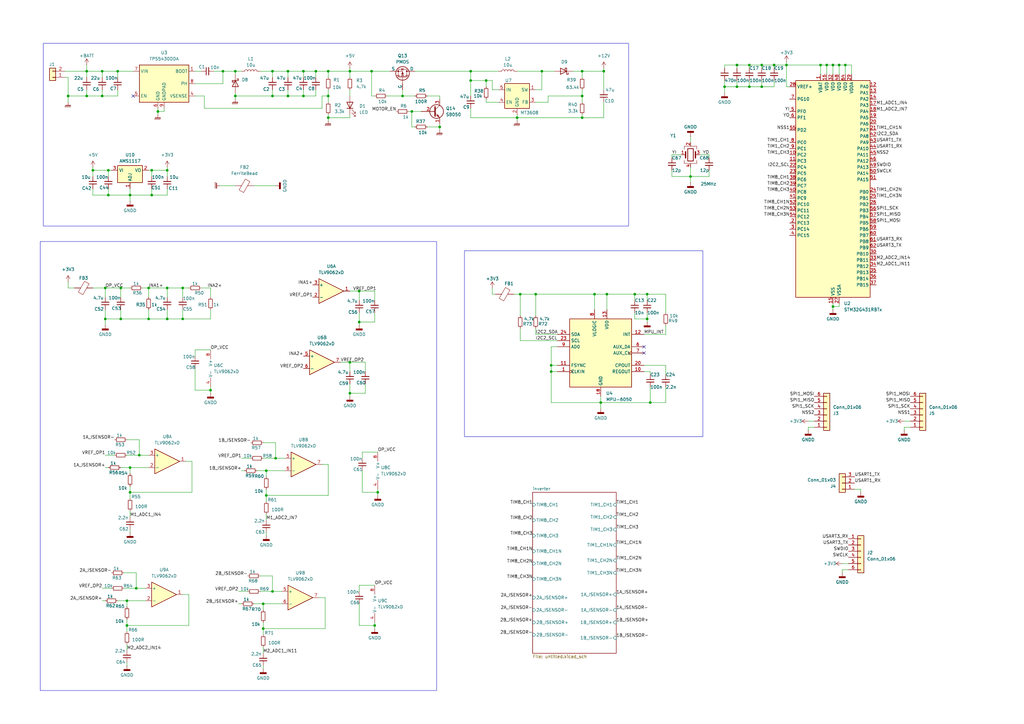
<source format=kicad_sch>
(kicad_sch (version 20231120) (generator "eeschema") (generator_version "8.0")
  (paper "A3")
  (title_block (title "bldc_controller") (date "2023-12-04"))
  (junction (at 48.26 29.21))
  (junction (at 68.58 130.81))
  (junction (at 341.63 26.67))
  (junction (at 57.15 186.69))
  (junction (at 180.34 52.07))
  (junction (at 118.11 39.37))
  (junction (at 213.36 120.65))
  (junction (at 62.23 80.01))
  (junction (at 238.76 29.21))
  (junction (at 134.62 39.37))
  (junction (at 35.56 29.21))
  (junction (at 113.03 187.96))
  (junction (at 153.67 256.54))
  (junction (at 297.18 35.56))
  (junction (at 147.32 119.38))
  (junction (at 147.32 132.08))
  (junction (at 134.62 29.21))
  (junction (at 129.54 29.21))
  (junction (at 317.5 26.67))
  (junction (at 124.46 29.21))
  (junction (at 68.58 118.11))
  (junction (at 143.51 148.59))
  (junction (at 341.63 125.73))
  (junction (at 238.76 48.26))
  (junction (at 307.34 35.56))
  (junction (at 265.43 120.65))
  (junction (at 74.93 130.81))
  (junction (at 41.91 29.21))
  (junction (at 168.91 45.72))
  (junction (at 143.51 29.21))
  (junction (at 152.4 29.21))
  (junction (at 124.46 39.37))
  (junction (at 134.62 48.26))
  (junction (at 107.95 257.81))
  (junction (at 226.06 152.4))
  (junction (at 60.96 130.81))
  (junction (at 44.45 69.85))
  (junction (at 68.58 69.85))
  (junction (at 96.52 39.37))
  (junction (at 53.34 80.01))
  (junction (at 109.22 193.04))
  (junction (at 226.06 149.86))
  (junction (at 193.04 29.21))
  (junction (at 199.39 33.02))
  (junction (at 62.23 69.85))
  (junction (at 143.51 161.29))
  (junction (at 109.22 203.2))
  (junction (at 64.77 45.72))
  (junction (at 111.76 242.57))
  (junction (at 43.18 118.11))
  (junction (at 246.38 165.1))
  (junction (at 344.17 26.67))
  (junction (at 154.94 201.93))
  (junction (at 312.42 26.67))
  (junction (at 212.09 48.26))
  (junction (at 41.91 39.37))
  (junction (at 248.92 120.65))
  (junction (at 52.07 246.38))
  (junction (at 111.76 39.37))
  (junction (at 74.93 118.11))
  (junction (at 222.25 29.21))
  (junction (at 193.04 33.02))
  (junction (at 339.09 26.67))
  (junction (at 283.21 72.39))
  (junction (at 53.34 191.77))
  (junction (at 55.88 241.3))
  (junction (at 302.26 26.67))
  (junction (at 219.71 120.65))
  (junction (at 165.1 39.37))
  (junction (at 111.76 29.21))
  (junction (at 346.71 26.67))
  (junction (at 44.45 80.01))
  (junction (at 307.34 26.67))
  (junction (at 107.95 247.65))
  (junction (at 49.53 118.11))
  (junction (at 260.35 120.65))
  (junction (at 302.26 35.56))
  (junction (at 266.7 165.1))
  (junction (at 247.65 29.21))
  (junction (at 35.56 39.37))
  (junction (at 336.55 26.67))
  (junction (at 96.52 29.21))
  (junction (at 91.44 29.21))
  (junction (at 49.53 130.81))
  (junction (at 38.1 69.85))
  (junction (at 322.58 26.67))
  (junction (at 118.11 29.21))
  (junction (at 265.43 130.81))
  (junction (at 43.18 130.81))
  (junction (at 60.96 118.11))
  (junction (at 27.94 39.37))
  (junction (at 238.76 39.37))
  (junction (at 86.36 160.02))
  (junction (at 312.42 35.56))
  (junction (at 52.07 256.54))
  (junction (at 243.84 120.65))
  (junction (at 53.34 201.93))
  (no_connect (at 264.16 144.78))
  (no_connect (at 54.61 39.37))
  (no_connect (at 264.16 142.24))
  (wire (pts (xy 118.11 36.83) (xy 118.11 39.37)))
  (wire (pts (xy 60.96 69.85) (xy 62.23 69.85)))
  (wire (pts (xy 180.34 39.37) (xy 175.26 39.37)))
  (wire (pts (xy 52.07 186.69) (xy 57.15 186.69)))
  (wire (pts (xy 52.07 254) (xy 52.07 256.54)))
  (wire (pts (xy 27.94 115.57) (xy 27.94 118.11)))
  (wire (pts (xy 109.22 203.2) (xy 134.62 203.2)))
  (wire (pts (xy 283.21 72.39) (xy 283.21 68.58)))
  (wire (pts (xy 165.1 36.83) (xy 165.1 39.37)))
  (wire (pts (xy 109.22 200.66) (xy 109.22 203.2)))
  (wire (pts (xy 107.95 257.81) (xy 133.35 257.81)))
  (wire (pts (xy 49.53 118.11) (xy 53.34 118.11)))
  (wire (pts (xy 153.67 256.54) (xy 153.67 257.81)))
  (wire (pts (xy 107.95 273.05) (xy 107.95 274.32)))
  (wire (pts (xy 26.67 29.21) (xy 35.56 29.21)))
  (wire (pts (xy 147.32 119.38) (xy 147.32 123.19)))
  (wire (pts (xy 78.74 189.23) (xy 76.2 189.23)))
  (wire (pts (xy 307.34 26.67) (xy 307.34 27.94)))
  (wire (pts (xy 99.06 193.04) (xy 100.33 193.04)))
  (wire (pts (xy 153.67 128.27) (xy 153.67 132.08)))
  (wire (pts (xy 344.17 125.73) (xy 341.63 125.73)))
  (wire (pts (xy 199.39 41.91) (xy 204.47 41.91)))
  (wire (pts (xy 302.26 27.94) (xy 302.26 26.67)))
  (wire (pts (xy 143.51 29.21) (xy 152.4 29.21)))
  (wire (pts (xy 199.39 40.64) (xy 199.39 41.91)))
  (wire (pts (xy 148.59 185.42) (xy 148.59 187.96)))
  (wire (pts (xy 297.18 35.56) (xy 297.18 38.1)))
  (wire (pts (xy 107.95 247.65) (xy 115.57 247.65)))
  (wire (pts (xy 53.34 201.93) (xy 53.34 204.47)))
  (wire (pts (xy 154.94 201.93) (xy 154.94 200.66)))
  (wire (pts (xy 27.94 118.11) (xy 30.48 118.11)))
  (wire (pts (xy 44.45 77.47) (xy 44.45 80.01)))
  (wire (pts (xy 339.09 26.67) (xy 339.09 30.48)))
  (wire (pts (xy 134.62 36.83) (xy 134.62 39.37)))
  (wire (pts (xy 201.93 120.65) (xy 203.2 120.65)))
  (wire (pts (xy 331.47 175.26) (xy 331.47 176.53)))
  (wire (pts (xy 224.79 39.37) (xy 238.76 39.37)))
  (wire (pts (xy 238.76 36.83) (xy 238.76 39.37)))
  (wire (pts (xy 96.52 38.1) (xy 96.52 39.37)))
  (wire (pts (xy 143.51 157.48) (xy 143.51 161.29)))
  (wire (pts (xy 152.4 29.21) (xy 160.02 29.21)))
  (wire (pts (xy 228.6 152.4) (xy 226.06 152.4)))
  (wire (pts (xy 50.8 241.3) (xy 55.88 241.3)))
  (wire (pts (xy 143.51 31.75) (xy 143.51 29.21)))
  (wire (pts (xy 143.51 27.94) (xy 143.51 29.21)))
  (wire (pts (xy 96.52 39.37) (xy 96.52 40.64)))
  (wire (pts (xy 341.63 26.67) (xy 344.17 26.67)))
  (wire (pts (xy 48.26 29.21) (xy 54.61 29.21)))
  (wire (pts (xy 153.67 256.54) (xy 153.67 255.27)))
  (wire (pts (xy 82.55 118.11) (xy 86.36 118.11)))
  (wire (pts (xy 57.15 186.69) (xy 60.96 186.69)))
  (wire (pts (xy 109.22 203.2) (xy 109.22 205.74)))
  (wire (pts (xy 219.71 120.65) (xy 243.84 120.65)))
  (wire (pts (xy 210.82 120.65) (xy 213.36 120.65)))
  (wire (pts (xy 111.76 39.37) (xy 96.52 39.37)))
  (wire (pts (xy 80.01 143.51) (xy 80.01 146.05)))
  (wire (pts (xy 273.05 133.35) (xy 273.05 137.16)))
  (wire (pts (xy 52.07 256.54) (xy 77.47 256.54)))
  (wire (pts (xy 41.91 246.38) (xy 43.18 246.38)))
  (wire (pts (xy 27.94 39.37) (xy 27.94 31.75)))
  (wire (pts (xy 124.46 36.83) (xy 124.46 39.37)))
  (wire (pts (xy 102.87 187.96) (xy 99.06 187.96)))
  (wire (pts (xy 336.55 26.67) (xy 339.09 26.67)))
  (wire (pts (xy 246.38 162.56) (xy 246.38 165.1)))
  (wire (pts (xy 212.09 48.26) (xy 212.09 46.99)))
  (wire (pts (xy 350.52 200.66) (xy 353.06 200.66)))
  (wire (pts (xy 68.58 77.47) (xy 68.58 80.01)))
  (wire (pts (xy 52.07 180.34) (xy 57.15 180.34)))
  (wire (pts (xy 109.22 210.82) (xy 109.22 213.36)))
  (wire (pts (xy 297.18 26.67) (xy 302.26 26.67)))
  (wire (pts (xy 147.32 132.08) (xy 147.32 133.35)))
  (wire (pts (xy 219.71 137.16) (xy 228.6 137.16)))
  (wire (pts (xy 312.42 35.56) (xy 317.5 35.56)))
  (wire (pts (xy 297.18 35.56) (xy 302.26 35.56)))
  (wire (pts (xy 97.79 247.65) (xy 99.06 247.65)))
  (wire (pts (xy 107.95 181.61) (xy 113.03 181.61)))
  (wire (pts (xy 317.5 33.02) (xy 317.5 35.56)))
  (wire (pts (xy 74.93 130.81) (xy 68.58 130.81)))
  (wire (pts (xy 238.76 29.21) (xy 247.65 29.21)))
  (wire (pts (xy 45.72 241.3) (xy 41.91 241.3)))
  (wire (pts (xy 74.93 127) (xy 74.93 130.81)))
  (wire (pts (xy 147.32 240.03) (xy 147.32 242.57)))
  (wire (pts (xy 118.11 39.37) (xy 111.76 39.37)))
  (wire (pts (xy 246.38 165.1) (xy 246.38 167.64)))
  (wire (pts (xy 275.59 63.5) (xy 275.59 64.77)))
  (wire (pts (xy 322.58 35.56) (xy 323.85 35.56)))
  (wire (pts (xy 224.79 41.91) (xy 224.79 39.37)))
  (wire (pts (xy 48.26 31.75) (xy 48.26 29.21)))
  (wire (pts (xy 247.65 27.94) (xy 247.65 29.21)))
  (wire (pts (xy 35.56 31.75) (xy 35.56 29.21)))
  (wire (pts (xy 297.18 27.94) (xy 297.18 26.67)))
  (wire (pts (xy 247.65 29.21) (xy 247.65 36.83)))
  (wire (pts (xy 124.46 39.37) (xy 118.11 39.37)))
  (wire (pts (xy 148.59 201.93) (xy 154.94 201.93)))
  (wire (pts (xy 111.76 236.22) (xy 111.76 242.57)))
  (wire (pts (xy 370.84 172.72) (xy 373.38 172.72)))
  (wire (pts (xy 302.26 33.02) (xy 302.26 35.56)))
  (wire (pts (xy 290.83 69.85) (xy 290.83 72.39)))
  (wire (pts (xy 64.77 45.72) (xy 67.31 45.72)))
  (wire (pts (xy 264.16 152.4) (xy 266.7 152.4)))
  (wire (pts (xy 60.96 127) (xy 60.96 130.81)))
  (wire (pts (xy 143.51 161.29) (xy 143.51 162.56)))
  (wire (pts (xy 60.96 118.11) (xy 60.96 121.92)))
  (wire (pts (xy 165.1 39.37) (xy 170.18 39.37)))
  (wire (pts (xy 370.84 175.26) (xy 373.38 175.26)))
  (wire (pts (xy 143.51 48.26) (xy 134.62 48.26)))
  (wire (pts (xy 27.94 31.75) (xy 26.67 31.75)))
  (wire (pts (xy 317.5 26.67) (xy 317.5 27.94)))
  (wire (pts (xy 213.36 120.65) (xy 219.71 120.65)))
  (wire (pts (xy 312.42 33.02) (xy 312.42 35.56)))
  (wire (pts (xy 68.58 72.39) (xy 68.58 69.85)))
  (wire (pts (xy 147.32 119.38) (xy 153.67 119.38)))
  (wire (pts (xy 60.96 118.11) (xy 68.58 118.11)))
  (wire (pts (xy 35.56 26.67) (xy 35.56 29.21)))
  (wire (pts (xy 52.07 256.54) (xy 52.07 259.08)))
  (wire (pts (xy 90.17 76.2) (xy 96.52 76.2)))
  (wire (pts (xy 336.55 26.67) (xy 336.55 30.48)))
  (wire (pts (xy 266.7 158.75) (xy 266.7 165.1)))
  (wire (pts (xy 331.47 172.72) (xy 334.01 172.72)))
  (wire (pts (xy 107.95 187.96) (xy 113.03 187.96)))
  (wire (pts (xy 344.17 26.67) (xy 346.71 26.67)))
  (wire (pts (xy 27.94 41.91) (xy 27.94 39.37)))
  (wire (pts (xy 143.51 161.29) (xy 149.86 161.29)))
  (wire (pts (xy 104.14 76.2) (xy 113.03 76.2)))
  (wire (pts (xy 38.1 77.47) (xy 38.1 80.01)))
  (wire (pts (xy 167.64 45.72) (xy 168.91 45.72)))
  (wire (pts (xy 86.36 160.02) (xy 86.36 161.29)))
  (wire (pts (xy 283.21 58.42) (xy 283.21 55.88)))
  (wire (pts (xy 341.63 125.73) (xy 341.63 127)))
  (wire (pts (xy 53.34 77.47) (xy 53.34 80.01)))
  (wire (pts (xy 80.01 160.02) (xy 86.36 160.02)))
  (wire (pts (xy 149.86 148.59) (xy 149.86 152.4)))
  (wire (pts (xy 55.88 241.3) (xy 59.69 241.3)))
  (wire (pts (xy 248.92 120.65) (xy 260.35 120.65)))
  (wire (pts (xy 83.82 44.45) (xy 83.82 39.37)))
  (wire (pts (xy 44.45 69.85) (xy 45.72 69.85)))
  (wire (pts (xy 96.52 29.21) (xy 99.06 29.21)))
  (wire (pts (xy 38.1 118.11) (xy 43.18 118.11)))
  (wire (pts (xy 243.84 120.65) (xy 248.92 120.65)))
  (wire (pts (xy 113.03 181.61) (xy 113.03 187.96)))
  (wire (pts (xy 353.06 200.66) (xy 353.06 201.93)))
  (wire (pts (xy 204.47 36.83) (xy 201.93 36.83)))
  (wire (pts (xy 154.94 185.42) (xy 148.59 185.42)))
  (wire (pts (xy 287.02 63.5) (xy 290.83 63.5)))
  (wire (pts (xy 238.76 48.26) (xy 247.65 48.26)))
  (wire (pts (xy 212.09 49.53) (xy 212.09 48.26)))
  (wire (pts (xy 44.45 72.39) (xy 44.45 69.85)))
  (wire (pts (xy 86.36 127) (xy 86.36 130.81)))
  (wire (pts (xy 266.7 152.4) (xy 266.7 153.67)))
  (wire (pts (xy 341.63 124.46) (xy 341.63 125.73)))
  (wire (pts (xy 349.25 26.67) (xy 349.25 30.48)))
  (wire (pts (xy 152.4 39.37) (xy 152.4 29.21)))
  (wire (pts (xy 147.32 247.65) (xy 147.32 256.54)))
  (wire (pts (xy 193.04 48.26) (xy 212.09 48.26)))
  (wire (pts (xy 264.16 149.86) (xy 273.05 149.86)))
  (wire (pts (xy 53.34 209.55) (xy 53.34 212.09)))
  (wire (pts (xy 133.35 245.11) (xy 130.81 245.11)))
  (wire (pts (xy 50.8 234.95) (xy 55.88 234.95)))
  (wire (pts (xy 219.71 41.91) (xy 224.79 41.91)))
  (wire (pts (xy 147.32 132.08) (xy 153.67 132.08)))
  (wire (pts (xy 129.54 31.75) (xy 129.54 29.21)))
  (wire (pts (xy 68.58 118.11) (xy 68.58 121.92)))
  (wire (pts (xy 193.04 29.21) (xy 193.04 33.02)))
  (wire (pts (xy 38.1 69.85) (xy 44.45 69.85)))
  (wire (pts (xy 222.25 29.21) (xy 227.33 29.21)))
  (wire (pts (xy 180.34 53.34) (xy 180.34 52.07)))
  (wire (pts (xy 104.14 247.65) (xy 107.95 247.65)))
  (wire (pts (xy 124.46 29.21) (xy 129.54 29.21)))
  (wire (pts (xy 38.1 80.01) (xy 44.45 80.01)))
  (wire (pts (xy 345.44 233.68) (xy 345.44 234.95)))
  (wire (pts (xy 134.62 39.37) (xy 134.62 41.91)))
  (wire (pts (xy 275.59 69.85) (xy 275.59 72.39)))
  (wire (pts (xy 80.01 151.13) (xy 80.01 160.02)))
  (wire (pts (xy 273.05 149.86) (xy 273.05 153.67)))
  (wire (pts (xy 53.34 191.77) (xy 60.96 191.77)))
  (wire (pts (xy 322.58 26.67) (xy 336.55 26.67)))
  (wire (pts (xy 153.67 39.37) (xy 152.4 39.37)))
  (wire (pts (xy 74.93 118.11) (xy 74.93 121.92)))
  (wire (pts (xy 199.39 35.56) (xy 199.39 33.02)))
  (wire (pts (xy 213.36 139.7) (xy 213.36 134.62)))
  (wire (pts (xy 153.67 119.38) (xy 153.67 123.19)))
  (wire (pts (xy 41.91 29.21) (xy 48.26 29.21)))
  (wire (pts (xy 64.77 45.72) (xy 64.77 44.45)))
  (wire (pts (xy 91.44 29.21) (xy 96.52 29.21)))
  (wire (pts (xy 302.26 35.56) (xy 307.34 35.56)))
  (wire (pts (xy 243.84 120.65) (xy 243.84 127)))
  (wire (pts (xy 143.51 148.59) (xy 143.51 152.4)))
  (wire (pts (xy 53.34 201.93) (xy 78.74 201.93)))
  (wire (pts (xy 35.56 36.83) (xy 35.56 39.37)))
  (wire (pts (xy 134.62 39.37) (xy 132.08 39.37)))
  (wire (pts (xy 168.91 45.72) (xy 172.72 45.72)))
  (wire (pts (xy 370.84 175.26) (xy 370.84 176.53)))
  (wire (pts (xy 86.36 130.81) (xy 74.93 130.81)))
  (wire (pts (xy 107.95 247.65) (xy 107.95 250.19)))
  (wire (pts (xy 68.58 127) (xy 68.58 130.81)))
  (wire (pts (xy 175.26 52.07) (xy 180.34 52.07)))
  (wire (pts (xy 275.59 72.39) (xy 283.21 72.39)))
  (wire (pts (xy 139.7 148.59) (xy 143.51 148.59)))
  (wire (pts (xy 118.11 31.75) (xy 118.11 29.21)))
  (wire (pts (xy 322.58 25.4) (xy 322.58 26.67)))
  (wire (pts (xy 62.23 77.47) (xy 62.23 80.01)))
  (wire (pts (xy 91.44 34.29) (xy 91.44 29.21)))
  (wire (pts (xy 273.05 120.65) (xy 265.43 120.65)))
  (wire (pts (xy 260.35 120.65) (xy 265.43 120.65)))
  (wire (pts (xy 238.76 29.21) (xy 234.95 29.21)))
  (wire (pts (xy 193.04 44.45) (xy 193.04 48.26)))
  (wire (pts (xy 27.94 39.37) (xy 35.56 39.37)))
  (wire (pts (xy 134.62 48.26) (xy 134.62 46.99)))
  (wire (pts (xy 199.39 33.02) (xy 193.04 33.02)))
  (wire (pts (xy 107.95 257.81) (xy 107.95 260.35)))
  (wire (pts (xy 48.26 246.38) (xy 52.07 246.38)))
  (wire (pts (xy 58.42 118.11) (xy 60.96 118.11)))
  (wire (pts (xy 260.35 120.65) (xy 260.35 123.19)))
  (wire (pts (xy 52.07 246.38) (xy 59.69 246.38)))
  (wire (pts (xy 55.88 234.95) (xy 55.88 241.3)))
  (wire (pts (xy 238.76 31.75) (xy 238.76 29.21)))
  (wire (pts (xy 170.18 52.07) (xy 168.91 52.07)))
  (wire (pts (xy 53.34 199.39) (xy 53.34 201.93)))
  (wire (pts (xy 226.06 152.4) (xy 226.06 165.1)))
  (wire (pts (xy 109.22 193.04) (xy 116.84 193.04)))
  (wire (pts (xy 49.53 118.11) (xy 43.18 118.11)))
  (wire (pts (xy 41.91 39.37) (xy 48.26 39.37)))
  (wire (pts (xy 101.6 242.57) (xy 97.79 242.57)))
  (wire (pts (xy 86.36 118.11) (xy 86.36 121.92)))
  (wire (pts (xy 49.53 191.77) (xy 53.34 191.77)))
  (wire (pts (xy 147.32 128.27) (xy 147.32 132.08)))
  (wire (pts (xy 118.11 29.21) (xy 111.76 29.21)))
  (wire (pts (xy 201.93 36.83) (xy 201.93 33.02)))
  (wire (pts (xy 64.77 46.99) (xy 64.77 45.72)))
  (wire (pts (xy 344.17 26.67) (xy 344.17 30.48)))
  (wire (pts (xy 341.63 26.67) (xy 341.63 30.48)))
  (wire (pts (xy 132.08 44.45) (xy 83.82 44.45)))
  (wire (pts (xy 96.52 29.21) (xy 96.52 30.48)))
  (wire (pts (xy 226.06 165.1) (xy 246.38 165.1)))
  (wire (pts (xy 68.58 80.01) (xy 62.23 80.01)))
  (wire (pts (xy 345.44 233.68) (xy 347.98 233.68)))
  (wire (pts (xy 43.18 191.77) (xy 44.45 191.77)))
  (wire (pts (xy 52.07 271.78) (xy 52.07 273.05)))
  (wire (pts (xy 238.76 39.37) (xy 238.76 41.91)))
  (wire (pts (xy 134.62 29.21) (xy 129.54 29.21)))
  (wire (pts (xy 41.91 36.83) (xy 41.91 39.37)))
  (wire (pts (xy 134.62 203.2) (xy 134.62 190.5)))
  (wire (pts (xy 219.71 36.83) (xy 222.25 36.83)))
  (wire (pts (xy 248.92 120.65) (xy 248.92 127)))
  (wire (pts (xy 107.95 265.43) (xy 107.95 267.97)))
  (wire (pts (xy 226.06 149.86) (xy 226.06 152.4)))
  (wire (pts (xy 134.62 31.75) (xy 134.62 29.21)))
  (wire (pts (xy 168.91 52.07) (xy 168.91 45.72)))
  (wire (pts (xy 133.35 257.81) (xy 133.35 245.11)))
  (wire (pts (xy 109.22 193.04) (xy 109.22 195.58)))
  (wire (pts (xy 290.83 63.5) (xy 290.83 64.77)))
  (wire (pts (xy 35.56 39.37) (xy 41.91 39.37)))
  (wire (pts (xy 297.18 33.02) (xy 297.18 35.56)))
  (wire (pts (xy 129.54 36.83) (xy 129.54 39.37)))
  (wire (pts (xy 312.42 26.67) (xy 312.42 27.94)))
  (wire (pts (xy 118.11 29.21) (xy 124.46 29.21)))
  (wire (pts (xy 111.76 242.57) (xy 115.57 242.57)))
  (wire (pts (xy 344.17 124.46) (xy 344.17 125.73)))
  (wire (pts (xy 113.03 187.96) (xy 116.84 187.96)))
  (wire (pts (xy 307.34 26.67) (xy 312.42 26.67)))
  (wire (pts (xy 41.91 31.75) (xy 41.91 29.21)))
  (wire (pts (xy 158.75 39.37) (xy 165.1 39.37)))
  (wire (pts (xy 265.43 120.65) (xy 265.43 123.19)))
  (wire (pts (xy 143.51 119.38) (xy 147.32 119.38)))
  (wire (pts (xy 107.95 255.27) (xy 107.95 257.81)))
  (wire (pts (xy 322.58 26.67) (xy 322.58 35.56)))
  (wire (pts (xy 273.05 128.27) (xy 273.05 120.65)))
  (wire (pts (xy 77.47 256.54) (xy 77.47 243.84)))
  (wire (pts (xy 60.96 130.81) (xy 49.53 130.81)))
  (wire (pts (xy 38.1 68.58) (xy 38.1 69.85)))
  (wire (pts (xy 265.43 128.27) (xy 265.43 130.81)))
  (wire (pts (xy 213.36 120.65) (xy 213.36 129.54)))
  (wire (pts (xy 53.34 217.17) (xy 53.34 218.44)))
  (wire (pts (xy 201.93 33.02) (xy 199.39 33.02)))
  (wire (pts (xy 266.7 165.1) (xy 246.38 165.1)))
  (wire (pts (xy 273.05 165.1) (xy 266.7 165.1)))
  (wire (pts (xy 124.46 31.75) (xy 124.46 29.21)))
  (wire (pts (xy 62.23 72.39) (xy 62.23 69.85)))
  (wire (pts (xy 46.99 186.69) (xy 43.18 186.69)))
  (wire (pts (xy 228.6 139.7) (xy 213.36 139.7)))
  (wire (pts (xy 201.93 118.11) (xy 201.93 120.65)))
  (wire (pts (xy 53.34 80.01) (xy 53.34 82.55)))
  (wire (pts (xy 44.45 80.01) (xy 53.34 80.01)))
  (wire (pts (xy 111.76 29.21) (xy 106.68 29.21)))
  (wire (pts (xy 105.41 193.04) (xy 109.22 193.04)))
  (wire (pts (xy 219.71 134.62) (xy 219.71 137.16)))
  (wire (pts (xy 222.25 36.83) (xy 222.25 29.21)))
  (wire (pts (xy 346.71 26.67) (xy 349.25 26.67)))
  (wire (pts (xy 134.62 190.5) (xy 132.08 190.5)))
  (wire (pts (xy 43.18 127) (xy 43.18 130.81)))
  (wire (pts (xy 148.59 193.04) (xy 148.59 201.93)))
  (wire (pts (xy 307.34 33.02) (xy 307.34 35.56)))
  (wire (pts (xy 78.74 201.93) (xy 78.74 189.23)))
  (wire (pts (xy 312.42 26.67) (xy 317.5 26.67)))
  (wire (pts (xy 132.08 39.37) (xy 132.08 44.45)))
  (wire (pts (xy 52.07 246.38) (xy 52.07 248.92)))
  (wire (pts (xy 149.86 157.48) (xy 149.86 161.29)))
  (wire (pts (xy 170.18 29.21) (xy 193.04 29.21)))
  (wire (pts (xy 247.65 41.91) (xy 247.65 48.26)))
  (wire (pts (xy 260.35 130.81) (xy 265.43 130.81)))
  (wire (pts (xy 180.34 40.64) (xy 180.34 39.37)))
  (wire (pts (xy 77.47 243.84) (xy 74.93 243.84)))
  (wire (pts (xy 134.62 49.53) (xy 134.62 48.26)))
  (wire (pts (xy 111.76 36.83) (xy 111.76 39.37)))
  (wire (pts (xy 106.68 236.22) (xy 111.76 236.22)))
  (wire (pts (xy 57.15 180.34) (xy 57.15 186.69)))
  (wire (pts (xy 226.06 142.24) (xy 226.06 149.86)))
  (wire (pts (xy 86.36 143.51) (xy 80.01 143.51)))
  (wire (pts (xy 283.21 72.39) (xy 290.83 72.39)))
  (wire (pts (xy 111.76 31.75) (xy 111.76 29.21)))
  (wire (pts (xy 219.71 129.54) (xy 219.71 120.65)))
  (wire (pts (xy 53.34 80.01) (xy 62.23 80.01)))
  (wire (pts (xy 80.01 34.29) (xy 91.44 34.29)))
  (wire (pts (xy 238.76 46.99) (xy 238.76 48.26)))
  (wire (pts (xy 48.26 36.83) (xy 48.26 39.37)))
  (wire (pts (xy 74.93 118.11) (xy 77.47 118.11)))
  (wire (pts (xy 109.22 218.44) (xy 109.22 219.71)))
  (wire (pts (xy 346.71 26.67) (xy 346.71 30.48)))
  (wire (pts (xy 154.94 201.93) (xy 154.94 203.2)))
  (wire (pts (xy 143.51 46.99) (xy 143.51 48.26)))
  (wire (pts (xy 68.58 68.58) (xy 68.58 69.85)))
  (wire (pts (xy 49.53 130.81) (xy 43.18 130.81)))
  (wire (pts (xy 228.6 142.24) (xy 226.06 142.24)))
  (wire (pts (xy 260.35 128.27) (xy 260.35 130.81)))
  (wire (pts (xy 49.53 127) (xy 49.53 130.81)))
  (wire (pts (xy 43.18 130.81) (xy 43.18 133.35)))
  (wire (pts (xy 317.5 26.67) (xy 322.58 26.67)))
  (wire (pts (xy 35.56 29.21) (xy 41.91 29.21)))
  (wire (pts (xy 129.54 39.37) (xy 124.46 39.37)))
  (wire (pts (xy 60.96 130.81) (xy 68.58 130.81)))
  (wire (pts (xy 279.4 63.5) (xy 275.59 63.5)))
  (wire (pts (xy 38.1 72.39) (xy 38.1 69.85)))
  (wire (pts (xy 222.25 29.21) (xy 212.09 29.21)))
  (wire (pts (xy 283.21 72.39) (xy 283.21 74.93)))
  (wire (pts (xy 68.58 118.11) (xy 74.93 118.11)))
  (wire (pts (xy 265.43 130.81) (xy 265.43 132.08)))
  (wire (pts (xy 68.58 69.85) (xy 62.23 69.85)))
  (wire (pts (xy 52.07 264.16) (xy 52.07 266.7)))
  (wire (pts (xy 180.34 52.07) (xy 180.34 50.8)))
  (wire (pts (xy 43.18 118.11) (xy 43.18 121.92)))
  (wire (pts (xy 53.34 191.77) (xy 53.34 194.31)))
  (wire (pts (xy 228.6 149.86) (xy 226.06 149.86)))
  (wire (pts (xy 134.62 29.21) (xy 143.51 29.21)))
  (wire (pts (xy 153.67 240.03) (xy 147.32 240.03)))
  (wire (pts (xy 273.05 137.16) (xy 264.16 137.16)))
  (wire (pts (xy 80.01 29.21) (xy 82.55 29.21)))
  (wire (pts (xy 49.53 118.11) (xy 49.53 121.92)))
  (wire (pts (xy 331.47 175.26) (xy 334.01 175.26)))
  (wire (pts (xy 143.51 36.83) (xy 143.51 39.37)))
  (wire (pts (xy 106.68 242.57) (xy 111.76 242.57)))
  (wire (pts (xy 193.04 29.21) (xy 204.47 29.21)))
  (wire (pts (xy 193.04 33.02) (xy 193.04 39.37)))
  (wire (pts (xy 307.34 35.56) (xy 312.42 35.56)))
  (wire (pts (xy 302.26 26.67) (xy 307.34 26.67)))
  (wire (pts (xy 143.51 148.59) (xy 149.86 148.59)))
  (wire (pts (xy 147.32 256.54) (xy 153.67 256.54)))
  (wire (pts (xy 238.76 48.26) (xy 212.09 48.26)))
  (wire (pts (xy 87.63 29.21) (xy 91.44 29.21)))
  (wire (pts (xy 339.09 26.67) (xy 341.63 26.67)))
  (wire (pts (xy 67.31 44.45) (xy 67.31 45.72)))
  (wire (pts (xy 83.82 39.37) (xy 80.01 39.37)))
  (wire (pts (xy 345.44 231.14) (xy 347.98 231.14)))
  (wire (pts (xy 86.36 158.75) (xy 86.36 160.02)))
  (wire (pts (xy 273.05 158.75) (xy 273.05 165.1)))
  (rectangle (start 16.51 99.06) (end 179.07 283.21))
  (rectangle (start 17.78 17.78) (end 257.81 92.71))
  (rectangle (start 190.5 102.87) (end 288.29 179.07))
  (label "SWCLK" (at 347.98 228.6 180))
  (label "MPU_INT" (at 264.16 137.16 0))
  (label "TIM1_CH3N" (at 359.41 81.28 0))
  (label "M2_ADC1_IN11" (at 107.95 267.97 0))
  (label "SPI1_SCK" (at 373.38 167.64 180))
  (label "TIM1_CH2" (at 323.85 60.96 180))
  (label "NSS2" (at 334.01 170.18 180))
  (label "OP_VCC" (at 153.67 240.03 0))
  (label "TIM1_CH1N" (at 359.41 53.34 0))
  (label "1B_ISENSOR+" (at 99.06 193.04 180))
  (label "2B_ISENSOR-" (at 218.44 260.35 180))
  (label "VREF_OP1" (at 99.06 187.96 180))
  (label "TIM1_CH1" (at 323.85 58.42 180))
  (label "TIM8_CH2" (at 323.85 76.2 180))
  (label "VREF_OP1" (at 43.18 186.69 180))
  (label "INA2+" (at 124.46 146.05 180))
  (label "2A_ISENSOR+" (at 218.44 245.11 180))
  (label "M2_ADC1_IN11" (at 359.41 109.22 0))
  (label "TIM8_CH2N" (at 218.44 231.14 180))
  (label "2A_ISENSOR-" (at 45.72 234.95 180))
  (label "I2C2_SCL" (at 323.85 68.58 180))
  (label "OP_VCC" (at 43.18 118.11 0))
  (label "TIM1_CH2N" (at 252.73 229.87 0))
  (label "1A_ISENSOR+" (at 43.18 191.77 180))
  (label "USART3_TX" (at 359.41 101.6 0))
  (label "2B_ISENSOR-" (at 101.6 236.22 180))
  (label "YI" (at 323.85 45.72 180))
  (label "SPI1_MISO" (at 334.01 165.1 180))
  (label "VREF_OP2" (at 139.7 148.59 0))
  (label "TIM8_CH1N" (at 323.85 83.82 180))
  (label "INA1+" (at 60.96 118.11 0))
  (label "INA2+" (at 85.09 118.11 0))
  (label "VREF_OP2" (at 41.91 241.3 180))
  (label "SPI1_MOSI" (at 373.38 162.56 180))
  (label "MOTOR_EN" (at 162.56 45.72 180))
  (label "USART3_TX" (at 347.98 223.52 180))
  (label "TIM8_CH2" (at 218.44 213.36 180))
  (label "SPI1_MISO" (at 373.38 165.1 180))
  (label "TIM8_CH3N" (at 323.85 88.9 180))
  (label "TIM8_CH1N" (at 218.44 226.06 180))
  (label "TIM1_CH3" (at 323.85 63.5 180))
  (label "M1_ADC2_IN7" (at 359.41 45.72 0))
  (label "SPI1_MOSI" (at 334.01 162.56 180))
  (label "SWDIO" (at 359.41 68.58 0))
  (label "USART1_RX" (at 350.52 198.12 0))
  (label "SPI1_SCK" (at 359.41 86.36 0))
  (label "M2_ADC2_IN14" (at 52.07 266.7 0))
  (label "INA1+" (at 128.27 116.84 180))
  (label "NSS1" (at 323.85 53.34 180))
  (label "TIM1_CH2N" (at 359.41 78.74 0))
  (label "SWCLK" (at 359.41 71.12 0))
  (label "VREF_OP1" (at 128.27 121.92 180))
  (label "TIM1_CH1" (at 252.73 207.01 0))
  (label "TIM1_CH3N" (at 252.73 234.95 0))
  (label "VREF_OP2" (at 124.46 151.13 180))
  (label "1B_ISENSOR-" (at 252.73 261.62 0))
  (label "I2C2_SDA" (at 359.41 55.88 0))
  (label "TIM1_CH2" (at 252.73 212.09 0))
  (label "M1_ADC2_IN7" (at 109.22 213.36 0))
  (label "SPI1_SCK" (at 334.01 167.64 180))
  (label "USART1_TX" (at 350.52 195.58 0))
  (label "1B_ISENSOR-" (at 102.87 181.61 180))
  (label "USART3_RX" (at 359.41 99.06 0))
  (label "TIM8_CH3" (at 218.44 219.71 180))
  (label "1A_ISENSOR-" (at 252.73 250.19 0))
  (label "YO" (at 290.83 63.5 180))
  (label "1B_ISENSOR+" (at 252.73 255.27 0))
  (label "OP_VCC" (at 154.94 185.42 0))
  (label "M1_ADC1_IN4" (at 53.34 212.09 0))
  (label "YI" (at 275.59 63.5 0))
  (label "OP_VCC" (at 86.36 143.51 0))
  (label "SPI1_MOSI" (at 359.41 91.44 0))
  (label "YO" (at 323.85 48.26 180))
  (label "USART1_TX" (at 359.41 58.42 0))
  (label "NSS1" (at 373.38 170.18 180))
  (label "VREF_OP1" (at 144.78 119.38 0))
  (label "TIM8_CH1" (at 218.44 207.01 180))
  (label "TIM8_CH3N" (at 218.44 237.49 180))
  (label "1A_ISENSOR-" (at 46.99 180.34 180))
  (label "2B_ISENSOR+" (at 218.44 255.27 180))
  (label "2A_ISENSOR+" (at 41.91 246.38 180))
  (label "2A_ISENSOR-" (at 218.44 250.19 180))
  (label "M1_ADC1_IN4" (at 359.41 43.18 0))
  (label "I2C2_SDA" (at 219.71 137.16 0))
  (label "2B_ISENSOR+" (at 97.79 247.65 180))
  (label "NSS2" (at 359.41 63.5 0))
  (label "TIM8_CH3" (at 323.85 78.74 180))
  (label "USART3_RX" (at 347.98 220.98 180))
  (label "TIM1_CH3" (at 252.73 217.17 0))
  (label "TIM8_CH1" (at 323.85 73.66 180))
  (label "SPI1_MISO" (at 359.41 88.9 0))
  (label "VREF_OP2" (at 97.79 242.57 180))
  (label "M2_ADC2_IN14" (at 359.41 106.68 0))
  (label "I2C2_SCL" (at 228.6 139.7 180))
  (label "SWDIO" (at 347.98 226.06 180))
  (label "TIM8_CH2N" (at 323.85 86.36 180))
  (label "TIM1_CH1N" (at 252.73 223.52 0))
  (label "1A_ISENSOR+" (at 252.73 243.84 0))
  (label "USART1_RX" (at 359.41 60.96 0))
  (symbol (lib_id "Device:C_Small") (at 85.09 29.21 90) (unit 1)
    (property "Reference" "C1" (at 82.804 27.432 90))
    (property "Value" "10n" (at 88.138 27.686 90))
    (property "Footprint" "Capacitor_SMD:C_0603_1608Metric_Pad1.08x0.95mm_HandSolder" (effects (hide yes)))
    (property "Description" "Unpolarized capacitor, small symbol" (effects (hide yes)))
  )
  (symbol (lib_id "Device:FerriteBead") (at 100.33 76.2 90) (unit 1)
    (property "Reference" "FB2" (at 100.2792 68.58 90))
    (property "Value" "FerriteBead" (at 100.2792 71.12 90))
    (property "Footprint" "Capacitor_SMD:C_1206_3216Metric_Pad1.33x1.80mm_HandSolder" (effects (hide yes)))
    (property "Description" "Ferrite bead" (effects (hide yes)))
  )
  (symbol (lib_id "Device:L") (at 102.87 29.21 90) (unit 1)
    (property "Reference" "L1" (at 102.87 24.13 90))
    (property "Value" "10u" (at 102.87 26.67 90))
    (property "Footprint" "Inductor_SMD:L_Sumida_CDMC6D28_7.25x6.5mm" (effects (hide yes)))
    (property "Description" "Inductor" (effects (hide yes)))
  )
  (symbol (lib_id "Connector_Generic:Conn_01x02") (at 21.59 31.75 180) (unit 1)
    (property "Reference" "J1" (at 21.336 26.416 0))
    (property "Value" "Conn_01x02" (effects (hide yes)))
    (property "Footprint" "balancerDriver:CONN-TH_XT30UPB-M" (effects (hide yes)))
  )
  (symbol (lib_id "power:GNDPWR") (at 180.34 53.34 0) (unit 1)
    (property "Reference" "#PWR06" (effects (hide yes)))
    (property "Value" "GNDPWR" (effects (hide yes)))
    (property "Description" "Power symbol creates a global label with name \"GNDPWR\" , global ground" (effects (hide yes)))
  )
  (symbol (lib_id "Amplifier_Operational:TLV9062xD") (at 154.94 193.04 0) (unit 3)
    (property "Reference" "U8" (at 156.21 191.7699 0) (effects (justify left)))
    (property "Value" "TLV9062xD" (at 156.21 194.3099 0) (effects (justify left)))
    (property "Footprint" "Package_SO:SOIC-8_3.9x4.9mm_P1.27mm" (effects (hide yes)))
    (property "Datasheet" "https://www.ti.com/lit/ds/symlink/tlv9062.pdf" (effects (hide yes)))
    (property "Description" "Dual operational amplifier, 300 uV Offset, SOIC-8" (effects (hide yes)))
  )
  (symbol (lib_id "Device:C_Small") (at 149.86 154.94 180) (unit 1)
    (property "Reference" "C60" (at 148.082 156.972 0))
    (property "Value" "100n" (at 147.32 152.654 0))
    (property "Footprint" "Capacitor_SMD:C_0603_1608Metric_Pad1.08x0.95mm_HandSolder" (effects (hide yes)))
    (property "Description" "Unpolarized capacitor, small symbol" (effects (hide yes)))
  )
  (symbol (lib_id "Amplifier_Operational:TLV9062xD") (at 135.89 119.38 0) (unit 1)
    (property "Reference" "U6" (at 135.89 109.22 0))
    (property "Value" "TLV9062xD" (at 135.89 111.76 0))
    (property "Footprint" "Package_SO:SOIC-8_3.9x4.9mm_P1.27mm" (effects (hide yes)))
    (property "Datasheet" "https://www.ti.com/lit/ds/symlink/tlv9062.pdf" (effects (hide yes)))
    (property "Description" "Dual operational amplifier, 300 uV Offset, SOIC-8" (effects (hide yes)))
  )
  (symbol (lib_id "Regulator_Switching:TPS5430DDA") (at 67.31 34.29 0) (unit 1)
    (property "Reference" "U3" (at 67.31 21.59 0))
    (property "Value" "TPS5430DDA" (at 67.31 24.13 0))
    (property "Footprint" "Package_SO:TI_SO-PowerPAD-8_ThermalVias" (effects (hide yes)))
    (property "Datasheet" "http://www.ti.com/lit/ds/symlink/tps5430.pdf" (effects (hide yes)))
    (property "Description" "3A, Step Down Swift Converter, Adjustable Output Voltage, 5.5-36V Input Voltage, PowerSO-8" (effects (hide yes)))
  )
  (symbol (lib_id "power:GNDD") (at 370.84 176.53 0) (unit 1)
    (property "Reference" "#PWR018" (effects (hide yes)))
    (property "Value" "GNDD" (at 370.84 180.34 0))
    (property "Description" "Power symbol creates a global label with name \"GNDD\" , digital ground" (effects (hide yes)))
  )
  (symbol (lib_id "power:GNDD") (at 107.95 274.32 0) (unit 1)
    (property "Reference" "#PWR067" (effects (hide yes)))
    (property "Value" "GNDD" (at 107.95 278.13 0))
    (property "Description" "Power symbol creates a global label with name \"GNDD\" , digital ground" (effects (hide yes)))
  )
  (symbol (lib_id "Device:R_Small") (at 107.95 262.89 0) (unit 1)
    (property "Reference" "R71" (at 108.458 259.588 0) (effects (justify left)))
    (property "Value" "100R" (at 109.982 263.652 0) (effects (justify left)))
    (property "Footprint" "Resistor_SMD:R_0603_1608Metric_Pad0.98x0.95mm_HandSolder" (effects (hide yes)))
    (property "Description" "Resistor, small symbol" (effects (hide yes)))
  )
  (symbol (lib_id "power:GNDD") (at 43.18 133.35 0) (unit 1)
    (property "Reference" "#PWR054" (effects (hide yes)))
    (property "Value" "GNDD" (at 43.18 137.16 0))
    (property "Description" "Power symbol creates a global label with name \"GNDD\" , digital ground" (effects (hide yes)))
  )
  (symbol (lib_id "Device:R_Small") (at 238.76 34.29 0) (unit 1)
    (property "Reference" "R39" (at 232.41 32.766 0) (effects (justify left)))
    (property "Value" "63.4k" (at 232.156 35.814 0) (effects (justify left)))
    (property "Footprint" "Resistor_SMD:R_0603_1608Metric_Pad0.98x0.95mm_HandSolder" (effects (hide yes)))
    (property "Description" "Resistor, small symbol" (effects (hide yes)))
  )
  (symbol (lib_id "power:GNDPWR") (at 96.52 40.64 0) (unit 1)
    (property "Reference" "#PWR03" (effects (hide yes)))
    (property "Value" "GNDPWR" (effects (hide yes)))
    (property "Description" "Power symbol creates a global label with name \"GNDPWR\" , global ground" (effects (hide yes)))
  )
  (symbol (lib_id "Device:C_Small") (at 38.1 74.93 180) (unit 1)
    (property "Reference" "C42" (at 35.56 77.216 0))
    (property "Value" "10u" (at 35.306 72.644 0))
    (property "Footprint" "Capacitor_SMD:C_0805_2012Metric_Pad1.18x1.45mm_HandSolder" (effects (hide yes)))
    (property "Description" "Unpolarized capacitor, small symbol" (effects (hide yes)))
  )
  (symbol (lib_id "Device:R_Small") (at 219.71 132.08 0) (unit 1)
    (property "Reference" "R72" (at 220.726 132.842 0) (effects (justify left)))
    (property "Value" "4.7k" (at 221.234 130.81 0) (effects (justify left)))
    (property "Footprint" "Resistor_SMD:R_0603_1608Metric_Pad0.98x0.95mm_HandSolder" (effects (hide yes)))
    (property "Description" "Resistor, small symbol" (effects (hide yes)))
  )
  (symbol (lib_id "Device:R_Small") (at 104.14 242.57 270) (unit 1)
    (property "Reference" "R69" (at 106.426 241.554 90) (effects (justify left)))
    (property "Value" "10k" (at 98.552 241.554 90) (effects (justify left)))
    (property "Footprint" "Resistor_SMD:R_0603_1608Metric_Pad0.98x0.95mm_HandSolder" (effects (hide yes)))
    (property "Description" "Resistor, small symbol" (effects (hide yes)))
  )
  (symbol (lib_id "Device:R_Small") (at 45.72 246.38 270) (unit 1)
    (property "Reference" "R62" (at 43.434 248.412 90) (effects (justify left)))
    (property "Value" "1k" (at 43.942 244.602 90) (effects (justify left)))
    (property "Footprint" "Resistor_SMD:R_0603_1608Metric_Pad0.98x0.95mm_HandSolder" (effects (hide yes)))
    (property "Description" "Resistor, small symbol" (effects (hide yes)))
  )
  (symbol (lib_id "Device:R_Small") (at 52.07 261.62 0) (unit 1)
    (property "Reference" "R66" (at 52.578 258.318 0) (effects (justify left)))
    (property "Value" "100R" (at 54.102 262.382 0) (effects (justify left)))
    (property "Footprint" "Resistor_SMD:R_0603_1608Metric_Pad0.98x0.95mm_HandSolder" (effects (hide yes)))
    (property "Description" "Resistor, small symbol" (effects (hide yes)))
  )
  (symbol (lib_id "Device:R_Small") (at 49.53 180.34 270) (unit 1)
    (property "Reference" "R53" (at 47.244 182.372 90) (effects (justify left)))
    (property "Value" "1k" (at 47.752 178.562 90) (effects (justify left)))
    (property "Footprint" "Resistor_SMD:R_0603_1608Metric_Pad0.98x0.95mm_HandSolder" (effects (hide yes)))
    (property "Description" "Resistor, small symbol" (effects (hide yes)))
  )
  (symbol (lib_id "Device:C_Small") (at 193.04 41.91 180) (unit 1)
    (property "Reference" "C9" (at 191.262 43.942 0))
    (property "Value" "47u" (at 190.5 39.624 0))
    (property "Footprint" "Capacitor_SMD:C_1206_3216Metric_Pad1.33x1.80mm_HandSolder" (effects (hide yes)))
    (property "Description" "Unpolarized capacitor, small symbol" (effects (hide yes)))
  )
  (symbol (lib_id "power:GNDD") (at 246.38 167.64 0) (unit 1)
    (property "Reference" "#PWR09" (effects (hide yes)))
    (property "Value" "GNDD" (at 246.38 171.45 0))
    (property "Description" "Power symbol creates a global label with name \"GNDD\" , digital ground" (effects (hide yes)))
  )
  (symbol (lib_id "Regulator_Linear:AMS1117") (at 53.34 69.85 0) (unit 1)
    (property "Reference" "U10" (at 53.34 63.5 0))
    (property "Value" "AMS1117" (at 53.34 66.04 0))
    (property "Footprint" "Package_TO_SOT_SMD:SOT-223-3_TabPin2" (effects (hide yes)))
    (property "Datasheet" "http://www.advanced-monolithic.com/pdf/ds1117.pdf" (effects (hide yes)))
    (property "Description" "1A Low Dropout regulator, positive, adjustable output, SOT-223" (effects (hide yes)))
  )
  (symbol (lib_id "Device:C_Small") (at 129.54 34.29 180) (unit 1)
    (property "Reference" "C8" (at 127.762 36.322 0))
    (property "Value" "100n" (at 127 32.004 0))
    (property "Footprint" "Capacitor_SMD:C_0603_1608Metric_Pad1.08x0.95mm_HandSolder" (effects (hide yes)))
    (property "Description" "Unpolarized capacitor, small symbol" (effects (hide yes)))
  )
  (symbol (lib_id "Device:R_Small") (at 238.76 44.45 0) (unit 1)
    (property "Reference" "R40" (at 232.918 42.926 0) (effects (justify left)))
    (property "Value" "3.3k" (at 232.918 45.466 0) (effects (justify left)))
    (property "Footprint" "Resistor_SMD:R_0603_1608Metric_Pad0.98x0.95mm_HandSolder" (effects (hide yes)))
    (property "Description" "Resistor, small symbol" (effects (hide yes)))
  )
  (symbol (lib_id "Device:R_Small") (at 101.6 247.65 270) (unit 1)
    (property "Reference" "R67" (at 99.314 249.682 90) (effects (justify left)))
    (property "Value" "1k" (at 99.822 245.872 90) (effects (justify left)))
    (property "Footprint" "Resistor_SMD:R_0603_1608Metric_Pad0.98x0.95mm_HandSolder" (effects (hide yes)))
    (property "Description" "Resistor, small symbol" (effects (hide yes)))
  )
  (symbol (lib_id "Device:C_Small") (at 109.22 215.9 180) (unit 1)
    (property "Reference" "C63" (at 106.68 218.186 0))
    (property "Value" "2.2n" (at 106.426 213.614 0))
    (property "Footprint" "Capacitor_SMD:C_0603_1608Metric_Pad1.08x0.95mm_HandSolder" (effects (hide yes)))
    (property "Description" "Unpolarized capacitor, small symbol" (effects (hide yes)))
  )
  (symbol (lib_id "Device:C_Small") (at 148.59 190.5 180) (unit 1)
    (property "Reference" "C61" (at 146.812 192.532 0))
    (property "Value" "100n" (at 146.05 188.214 0))
    (property "Footprint" "Capacitor_SMD:C_0603_1608Metric_Pad1.08x0.95mm_HandSolder" (effects (hide yes)))
    (property "Description" "Unpolarized capacitor, small symbol" (effects (hide yes)))
  )
  (symbol (lib_id "Device:C_Small") (at 80.01 148.59 180) (unit 1)
    (property "Reference" "C58" (at 78.232 150.622 0))
    (property "Value" "100n" (at 77.47 146.304 0))
    (property "Footprint" "Capacitor_SMD:C_0603_1608Metric_Pad1.08x0.95mm_HandSolder" (effects (hide yes)))
    (property "Description" "Unpolarized capacitor, small symbol" (effects (hide yes)))
  )
  (symbol (lib_id "Device:C_Small") (at 143.51 154.94 180) (unit 1)
    (property "Reference" "C59" (at 140.97 157.226 0))
    (property "Value" "4.7u" (at 140.716 152.654 0))
    (property "Footprint" "Capacitor_SMD:C_0603_1608Metric_Pad1.08x0.95mm_HandSolder" (effects (hide yes)))
    (property "Description" "Unpolarized capacitor, small symbol" (effects (hide yes)))
  )
  (symbol (lib_id "Device:R_Small") (at 53.34 196.85 0) (unit 1)
    (property "Reference" "R54" (at 48.514 194.056 0) (effects (justify left)))
    (property "Value" "10k" (at 48.514 200.152 0) (effects (justify left)))
    (property "Footprint" "Resistor_SMD:R_0603_1608Metric_Pad0.98x0.95mm_HandSolder" (effects (hide yes)))
    (property "Description" "Resistor, small symbol" (effects (hide yes)))
  )
  (symbol (lib_id "Device:R_Small") (at 104.14 236.22 270) (unit 1)
    (property "Reference" "R68" (at 101.854 238.252 90) (effects (justify left)))
    (property "Value" "1k" (at 102.362 234.442 90) (effects (justify left)))
    (property "Footprint" "Resistor_SMD:R_0603_1608Metric_Pad0.98x0.95mm_HandSolder" (effects (hide yes)))
    (property "Description" "Resistor, small symbol" (effects (hide yes)))
  )
  (symbol (lib_id "power:GNDD") (at 52.07 273.05 0) (unit 1)
    (property "Reference" "#PWR066" (effects (hide yes)))
    (property "Value" "GNDD" (at 52.07 276.86 0))
    (property "Description" "Power symbol creates a global label with name \"GNDD\" , digital ground" (effects (hide yes)))
  )
  (symbol (lib_id "Amplifier_Operational:TLV9062xD") (at 123.19 245.11 0) (unit 2)
    (property "Reference" "U9" (at 123.19 234.95 0))
    (property "Value" "TLV9062xD" (at 123.19 237.49 0))
    (property "Footprint" "Package_SO:SOIC-8_3.9x4.9mm_P1.27mm" (effects (hide yes)))
    (property "Datasheet" "https://www.ti.com/lit/ds/symlink/tlv9062.pdf" (effects (hide yes)))
    (property "Description" "Dual operational amplifier, 300 uV Offset, SOIC-8" (effects (hide yes)))
  )
  (symbol (lib_id "Device:C_Small") (at 41.91 34.29 180) (unit 1)
    (property "Reference" "C6" (at 39.37 36.576 0))
    (property "Value" "22u" (at 39.116 32.004 0))
    (property "Footprint" "Capacitor_SMD:C_0805_2012Metric_Pad1.18x1.45mm_HandSolder" (effects (hide yes)))
    (property "Description" "Unpolarized capacitor, small symbol" (effects (hide yes)))
  )
  (symbol (lib_id "power:GNDPWR") (at 212.09 49.53 0) (unit 1)
    (property "Reference" "#PWR07" (effects (hide yes)))
    (property "Value" "GNDPWR" (effects (hide yes)))
    (property "Description" "Power symbol creates a global label with name \"GNDPWR\" , global ground" (effects (hide yes)))
  )
  (symbol (lib_id "Device:R_Small") (at 55.88 118.11 270) (unit 1)
    (property "Reference" "R36" (at 54.356 120.142 90) (effects (justify left)))
    (property "Value" "1k" (at 54.61 116.332 90) (effects (justify left)))
    (property "Footprint" "Resistor_SMD:R_0603_1608Metric_Pad0.98x0.95mm_HandSolder" (effects (hide yes)))
    (property "Description" "Resistor, small symbol" (effects (hide yes)))
  )
  (symbol (lib_id "Device:R_Small") (at 107.95 252.73 0) (unit 1)
    (property "Reference" "R70" (at 103.124 249.936 0) (effects (justify left)))
    (property "Value" "10k" (at 103.124 256.032 0) (effects (justify left)))
    (property "Footprint" "Resistor_SMD:R_0603_1608Metric_Pad0.98x0.95mm_HandSolder" (effects (hide yes)))
    (property "Description" "Resistor, small symbol" (effects (hide yes)))
  )
  (symbol (lib_id "Device:R_Small") (at 165.1 45.72 90) (unit 1)
    (property "Reference" "R6" (at 166.878 43.434 90) (effects (justify left)))
    (property "Value" "1k" (at 167.64 48.006 90) (effects (justify left)))
    (property "Footprint" "Resistor_SMD:R_0603_1608Metric_Pad0.98x0.95mm_HandSolder" (effects (hide yes)))
    (property "Description" "Resistor, small symbol" (effects (hide yes)))
  )
  (symbol (lib_id "Device:C_Small") (at 43.18 124.46 180) (unit 1)
    (property "Reference" "C52" (at 40.64 126.746 0))
    (property "Value" "4.7u" (at 40.386 122.174 0))
    (property "Footprint" "Capacitor_SMD:C_0603_1608Metric_Pad1.08x0.95mm_HandSolder" (effects (hide yes)))
    (property "Description" "Unpolarized capacitor, small symbol" (effects (hide yes)))
  )
  (symbol (lib_id "Device:R_Small") (at 86.36 124.46 180) (unit 1)
    (property "Reference" "R51" (at 85.09 124.968 0) (effects (justify left)))
    (property "Value" "1k" (at 89.916 124.968 0) (effects (justify left)))
    (property "Footprint" "Resistor_SMD:R_0603_1608Metric_Pad0.98x0.95mm_HandSolder" (effects (hide yes)))
    (property "Description" "Resistor, small symbol" (effects (hide yes)))
  )
  (symbol (lib_id "Device:C_Small") (at 107.95 270.51 180) (unit 1)
    (property "Reference" "C65" (at 105.41 272.796 0))
    (property "Value" "2.2n" (at 105.156 268.224 0))
    (property "Footprint" "Capacitor_SMD:C_0603_1608Metric_Pad1.08x0.95mm_HandSolder" (effects (hide yes)))
    (property "Description" "Unpolarized capacitor, small symbol" (effects (hide yes)))
  )
  (symbol (lib_id "power:GNDD") (at 53.34 82.55 0) (unit 1)
    (property "Reference" "#PWR060" (effects (hide yes)))
    (property "Value" "GNDD" (at 53.34 86.36 0))
    (property "Description" "Power symbol creates a global label with name \"GNDD\" , digital ground" (effects (hide yes)))
  )
  (symbol (lib_id "Device:C_Small") (at 302.26 30.48 0) (unit 1)
    (property "Reference" "C20" (effects (hide yes)))
    (property "Value" "100n" (at 302.26 33.02 0) (effects (justify left)))
    (property "Footprint" "Capacitor_SMD:C_0603_1608Metric_Pad1.08x0.95mm_HandSolder" (effects (hide yes)))
  )
  (symbol (lib_id "power:GNDD") (at 283.21 74.93 0) (unit 1)
    (property "Reference" "#PWR043" (effects (hide yes)))
    (property "Value" "GNDD" (at 283.21 78.74 0))
    (property "Description" "Power symbol creates a global label with name \"GNDD\" , digital ground" (effects (hide yes)))
  )
  (symbol (lib_id "Amplifier_Operational:TLV9062xD") (at 153.67 247.65 0) (unit 3)
    (property "Reference" "U9" (at 154.94 246.3799 0) (effects (justify left)))
    (property "Value" "TLV9062xD" (at 154.94 248.9199 0) (effects (justify left)))
    (property "Footprint" "Package_SO:SOIC-8_3.9x4.9mm_P1.27mm" (effects (hide yes)))
    (property "Datasheet" "https://www.ti.com/lit/ds/symlink/tlv9062.pdf" (effects (hide yes)))
    (property "Description" "Dual operational amplifier, 300 uV Offset, SOIC-8" (effects (hide yes)))
  )
  (symbol (lib_id "power:GNDD") (at 265.43 132.08 0) (unit 1)
    (property "Reference" "#PWR011" (effects (hide yes)))
    (property "Value" "GNDD" (effects (hide yes)))
    (property "Description" "Power symbol creates a global label with name \"GNDD\" , digital ground" (effects (hide yes)))
  )
  (symbol (lib_id "Device:C_Small") (at 52.07 269.24 180) (unit 1)
    (property "Reference" "C64" (at 49.53 271.526 0))
    (property "Value" "2.2n" (at 49.276 266.954 0))
    (property "Footprint" "Capacitor_SMD:C_0603_1608Metric_Pad1.08x0.95mm_HandSolder" (effects (hide yes)))
    (property "Description" "Unpolarized capacitor, small symbol" (effects (hide yes)))
  )
  (symbol (lib_id "Sensor_Motion:MPU-6050") (at 246.38 144.78 0) (unit 1)
    (property "Reference" "U4" (at 248.5741 161.29 0) (effects (justify left)))
    (property "Value" "MPU-6050" (at 248.5741 163.83 0) (effects (justify left)))
    (property "Footprint" "Sensor_Motion:InvenSense_QFN-24_4x4mm_P0.5mm" (effects (hide yes)))
    (property "Datasheet" "https://invensense.tdk.com/wp-content/uploads/2015/02/MPU-6000-Datasheet1.pdf" (effects (hide yes)))
    (property "Description" "InvenSense 6-Axis Motion Sensor, Gyroscope, Accelerometer, I2C" (effects (hide yes)))
  )
  (symbol (lib_id "power:GNDD") (at 113.03 76.2 90) (unit 1)
    (property "Reference" "#PWR057" (effects (hide yes)))
    (property "Value" "GNDD" (at 116.84 76.2 0))
    (property "Description" "Power symbol creates a global label with name \"GNDD\" , digital ground" (effects (hide yes)))
  )
  (symbol (lib_id "Device:C_Small") (at 118.11 34.29 180) (unit 1)
    (property "Reference" "C3" (at 115.57 36.576 0))
    (property "Value" "47u" (at 115.316 32.004 0))
    (property "Footprint" "Capacitor_SMD:C_1206_3216Metric_Pad1.33x1.80mm_HandSolder" (effects (hide yes)))
    (property "Description" "Unpolarized capacitor, small symbol" (effects (hide yes)))
  )
  (symbol (lib_id "power:+5V") (at 143.51 27.94 0) (unit 1)
    (property "Reference" "#PWR05" (effects (hide yes)))
    (property "Value" "+5V" (at 143.51 22.86 0))
    (property "Description" "Power symbol creates a global label with name \"+5V\"" (effects (hide yes)))
  )
  (symbol (lib_id "Device:R_Small") (at 273.05 130.81 0) (unit 1)
    (property "Reference" "R49" (at 274.066 131.572 0) (effects (justify left)))
    (property "Value" "10k" (at 274.574 129.54 0) (effects (justify left)))
    (property "Footprint" "Resistor_SMD:R_0603_1608Metric_Pad0.98x0.95mm_HandSolder" (effects (hide yes)))
    (property "Description" "Resistor, small symbol" (effects (hide yes)))
  )
  (symbol (lib_id "Connector_Generic:Conn_01x06") (at 339.09 170.18 0) (mirror x) (unit 1)
    (property "Reference" "J3" (at 341.63 169.545 0) (effects (justify left)))
    (property "Value" "Conn_01x06" (at 341.63 167.005 0) (effects (justify left)))
    (property "Footprint" "balancerDriver:CONN-SMD_6P-P1.00_MEGASTAR_ZX-SH1.0-6PWT" (effects (hide yes)))
  )
  (symbol (lib_id "Device:FerriteBead") (at 34.29 118.11 270) (unit 1)
    (property "Reference" "FB3" (at 34.29 114.046 90))
    (property "Value" "FerriteBead" (effects (hide yes)))
    (property "Footprint" "Capacitor_SMD:C_0603_1608Metric_Pad1.08x0.95mm_HandSolder" (effects (hide yes)))
    (property "Description" "Ferrite bead" (effects (hide yes)))
  )
  (symbol (lib_id "Device:R_Small") (at 52.07 251.46 0) (unit 1)
    (property "Reference" "R65" (at 47.244 248.666 0) (effects (justify left)))
    (property "Value" "10k" (at 47.244 254.762 0) (effects (justify left)))
    (property "Footprint" "Resistor_SMD:R_0603_1608Metric_Pad0.98x0.95mm_HandSolder" (effects (hide yes)))
    (property "Description" "Resistor, small symbol" (effects (hide yes)))
  )
  (symbol (lib_id "Device:C_Small") (at 290.83 67.31 0) (mirror y) (unit 1)
    (property "Reference" "C68" (at 290.83 64.77 0) (effects (justify left)))
    (property "Value" "12p" (at 290.83 69.85 0) (effects (justify left)))
    (property "Footprint" "Capacitor_SMD:C_0603_1608Metric_Pad1.08x0.95mm_HandSolder" (effects (hide yes)))
  )
  (symbol (lib_id "Amplifier_Operational:TLV9062xD") (at 68.58 189.23 0) (unit 1)
    (property "Reference" "U8" (at 68.58 179.07 0))
    (property "Value" "TLV9062xD" (at 68.58 181.61 0))
    (property "Footprint" "Package_SO:SOIC-8_3.9x4.9mm_P1.27mm" (effects (hide yes)))
    (property "Datasheet" "https://www.ti.com/lit/ds/symlink/tlv9062.pdf" (effects (hide yes)))
    (property "Description" "Dual operational amplifier, 300 uV Offset, SOIC-8" (effects (hide yes)))
  )
  (symbol (lib_id "Device:R_Small") (at 80.01 118.11 270) (unit 1)
    (property "Reference" "R50" (at 79.756 120.142 90) (effects (justify left)))
    (property "Value" "1k" (at 78.74 116.332 90) (effects (justify left)))
    (property "Footprint" "Resistor_SMD:R_0603_1608Metric_Pad0.98x0.95mm_HandSolder" (effects (hide yes)))
    (property "Description" "Resistor, small symbol" (effects (hide yes)))
  )
  (symbol (lib_id "power:+BATT") (at 35.56 26.67 0) (unit 1)
    (property "Reference" "#PWR069" (effects (hide yes)))
    (property "Value" "+BATT" (at 35.56 22.86 0))
  )
  (symbol (lib_id "Device:R_Small") (at 48.26 241.3 270) (unit 1)
    (property "Reference" "R64" (at 50.546 240.284 90) (effects (justify left)))
    (property "Value" "10k" (at 42.672 240.284 90) (effects (justify left)))
    (property "Footprint" "Resistor_SMD:R_0603_1608Metric_Pad0.98x0.95mm_HandSolder" (effects (hide yes)))
    (property "Description" "Resistor, small symbol" (effects (hide yes)))
  )
  (symbol (lib_id "Device:C_Small") (at 273.05 156.21 0) (unit 1)
    (property "Reference" "C24" (at 273.05 153.67 0) (effects (justify left)))
    (property "Value" "2.2n" (at 273.05 158.75 0) (effects (justify left)))
    (property "Footprint" "Capacitor_SMD:C_0603_1608Metric_Pad1.08x0.95mm_HandSolder" (effects (hide yes)))
  )
  (symbol (lib_id "Device:Crystal_GND24") (at 283.21 63.5 0) (unit 1)
    (property "Reference" "Y1" (at 276.098 55.626 0))
    (property "Value" "25MHz" (at 290.576 75.438 0))
    (property "Footprint" "Crystal:Crystal_SMD_SeikoEpson_FA238-4Pin_3.2x2.5mm_HandSoldering" (effects (hide yes)))
    (property "Description" "Four pin crystal, GND on pins 2 and 4" (effects (hide yes)))
  )
  (symbol (lib_id "Device:R_Small") (at 60.96 124.46 180) (unit 1)
    (property "Reference" "R35" (at 59.69 124.968 0) (effects (justify left)))
    (property "Value" "1k" (at 64.516 124.968 0) (effects (justify left)))
    (property "Footprint" "Resistor_SMD:R_0603_1608Metric_Pad0.98x0.95mm_HandSolder" (effects (hide yes)))
    (property "Description" "Resistor, small symbol" (effects (hide yes)))
  )
  (symbol (lib_id "power:GNDD") (at 353.06 201.93 0) (unit 1)
    (property "Reference" "#PWR016" (effects (hide yes)))
    (property "Value" "GNDD" (at 353.06 205.74 0))
    (property "Description" "Power symbol creates a global label with name \"GNDD\" , digital ground" (effects (hide yes)))
  )
  (symbol (lib_id "power:+12V") (at 247.65 27.94 0) (unit 1)
    (property "Reference" "#PWR020" (effects (hide yes)))
    (property "Value" "+12V" (at 247.65 22.86 0))
    (property "Description" "Power symbol creates a global label with name \"+12V\"" (effects (hide yes)))
  )
  (symbol (lib_id "Device:R_Small") (at 48.26 234.95 270) (unit 1)
    (property "Reference" "R63" (at 45.974 236.982 90) (effects (justify left)))
    (property "Value" "1k" (at 46.482 233.172 90) (effects (justify left)))
    (property "Footprint" "Resistor_SMD:R_0603_1608Metric_Pad0.98x0.95mm_HandSolder" (effects (hide yes)))
    (property "Description" "Resistor, small symbol" (effects (hide yes)))
  )
  (symbol (lib_id "power:+3V3") (at 322.58 25.4 0) (unit 1)
    (property "Reference" "#PWR044" (effects (hide yes)))
    (property "Value" "+3V3" (at 322.58 21.59 0))
  )
  (symbol (lib_id "Device:C_Small") (at 35.56 34.29 180) (unit 1)
    (property "Reference" "C5" (at 33.02 36.576 0))
    (property "Value" "22u" (at 32.258 32.004 0))
    (property "Footprint" "Capacitor_SMD:C_0805_2012Metric_Pad1.18x1.45mm_HandSolder" (effects (hide yes)))
    (property "Description" "Unpolarized capacitor, small symbol" (effects (hide yes)))
  )
  (symbol (lib_id "Device:C_Small") (at 124.46 34.29 180) (unit 1)
    (property "Reference" "C4" (at 122.682 36.322 0))
    (property "Value" "47u" (at 121.92 32.004 0))
    (property "Footprint" "Capacitor_SMD:C_1206_3216Metric_Pad1.33x1.80mm_HandSolder" (effects (hide yes)))
    (property "Description" "Unpolarized capacitor, small symbol" (effects (hide yes)))
  )
  (symbol (lib_id "power:GNDPWR") (at 90.17 76.2 270) (unit 1)
    (property "Reference" "#PWR056" (effects (hide yes)))
    (property "Value" "GNDPWR" (effects (hide yes)))
    (property "Description" "Power symbol creates a global label with name \"GNDPWR\" , global ground" (effects (hide yes)))
  )
  (symbol (lib_id "power:GNDD") (at 341.63 127 0) (unit 1)
    (property "Reference" "#PWR045" (effects (hide yes)))
    (property "Value" "GNDD" (at 341.63 130.81 0))
    (property "Description" "Power symbol creates a global label with name \"GNDD\" , digital ground" (effects (hide yes)))
  )
  (symbol (lib_id "power:+3V3") (at 370.84 172.72 90) (unit 1)
    (property "Reference" "#PWR017" (effects (hide yes)))
    (property "Value" "+3V3" (at 365.76 172.72 90))
  )
  (symbol (lib_id "Device:C_Small") (at 49.53 124.46 180) (unit 1)
    (property "Reference" "C53" (at 47.752 126.492 0))
    (property "Value" "100n" (at 46.99 122.174 0))
    (property "Footprint" "Capacitor_SMD:C_0603_1608Metric_Pad1.08x0.95mm_HandSolder" (effects (hide yes)))
    (property "Description" "Unpolarized capacitor, small symbol" (effects (hide yes)))
  )
  (symbol (lib_id "Simulation_SPICE:PMOS") (at 165.1 31.75 270) (mirror x) (unit 1)
    (property "Reference" "Q13" (at 165.1 22.86 90))
    (property "Value" "PMOS" (at 165.1 25.4 90))
    (property "Footprint" "Package_TO_SOT_SMD:SOT-23" (effects (hide yes)))
    (property "Datasheet" "https://ngspice.sourceforge.io/docs/ngspice-html-manual/manual.xhtml#cha_MOSFETs" (effects (hide yes)))
    (property "Description" "P-MOSFET transistor, drain/source/gate" (effects (hide yes)))
    (property "Sim.Device" "PMOS" (effects (hide yes)))
    (property "Sim.Type" "VDMOS" (effects (hide yes)))
    (property "Sim.Pins" "1=D 2=G 3=S" (effects (hide yes)))
  )
  (symbol (lib_id "power:+3V3") (at 201.93 118.11 0) (unit 1)
    (property "Reference" "#PWR010" (effects (hide yes)))
    (property "Value" "+3V3" (at 201.93 114.3 0))
  )
  (symbol (lib_id "Device:C_Small") (at 265.43 125.73 0) (unit 1)
    (property "Reference" "C22" (at 265.43 123.19 0) (effects (justify left)))
    (property "Value" "100n" (at 265.43 128.27 0) (effects (justify left)))
    (property "Footprint" "Capacitor_SMD:C_0603_1608Metric_Pad1.08x0.95mm_HandSolder" (effects (hide yes)))
  )
  (symbol (lib_id "Regulator_Switching:MT3608") (at 212.09 39.37 0) (unit 1)
    (property "Reference" "U7" (at 208.534 33.02 0))
    (property "Value" "MT3608" (at 217.17 46.228 0))
    (property "Footprint" "Package_TO_SOT_SMD:SOT-23-6" (effects (hide yes)))
    (property "Datasheet" "https://www.olimex.com/Products/Breadboarding/BB-PWR-3608/resources/MT3608.pdf" (effects (hide yes)))
    (property "Description" "High Efficiency 1.2MHz 2A Step Up Converter, 2-24V Vin, 28V Vout, 4A current limit, 1.2MHz, SOT23-6" (effects (hide yes)))
  )
  (symbol (lib_id "Device:C_Small") (at 48.26 34.29 180) (unit 1)
    (property "Reference" "C7" (at 46.482 36.322 0))
    (property "Value" "100n" (at 45.72 32.004 0))
    (property "Footprint" "Capacitor_SMD:C_0603_1608Metric_Pad1.08x0.95mm_HandSolder" (effects (hide yes)))
    (property "Description" "Unpolarized capacitor, small symbol" (effects (hide yes)))
  )
  (symbol (lib_id "Device:C_Small") (at 153.67 125.73 180) (unit 1)
    (property "Reference" "C57" (at 151.892 127.762 0))
    (property "Value" "100n" (at 151.13 123.444 0))
    (property "Footprint" "Capacitor_SMD:C_0603_1608Metric_Pad1.08x0.95mm_HandSolder" (effects (hide yes)))
    (property "Description" "Unpolarized capacitor, small symbol" (effects (hide yes)))
  )
  (symbol (lib_id "Device:C_Small") (at 111.76 34.29 180) (unit 1)
    (property "Reference" "C2" (at 109.22 36.576 0))
    (property "Value" "47u" (at 108.458 32.004 0))
    (property "Footprint" "Capacitor_SMD:C_1206_3216Metric_Pad1.33x1.80mm_HandSolder" (effects (hide yes)))
    (property "Description" "Unpolarized capacitor, small symbol" (effects (hide yes)))
  )
  (symbol (lib_id "Device:C_Small") (at 44.45 74.93 180) (unit 1)
    (property "Reference" "C44" (at 42.672 76.962 0))
    (property "Value" "100n" (at 41.91 72.644 0))
    (property "Footprint" "Capacitor_SMD:C_0603_1608Metric_Pad1.08x0.95mm_HandSolder" (effects (hide yes)))
    (property "Description" "Unpolarized capacitor, small symbol" (effects (hide yes)))
  )
  (symbol (lib_id "power:GNDD") (at 109.22 219.71 0) (unit 1)
    (property "Reference" "#PWR065" (effects (hide yes)))
    (property "Value" "GNDD" (at 109.22 223.52 0))
    (property "Description" "Power symbol creates a global label with name \"GNDD\" , digital ground" (effects (hide yes)))
  )
  (symbol (lib_id "Device:C_Small") (at 317.5 30.48 0) (unit 1)
    (property "Reference" "C19" (at 317.5 27.94 0) (effects (justify left)))
    (property "Value" "100n" (at 317.5 33.02 0) (effects (justify left)))
    (property "Footprint" "Capacitor_SMD:C_0603_1608Metric_Pad1.08x0.95mm_HandSolder" (effects (hide yes)))
  )
  (symbol (lib_id "power:GNDPWR") (at 27.94 41.91 0) (unit 1)
    (property "Reference" "#PWR01" (effects (hide yes)))
    (property "Value" "GNDPWR" (effects (hide yes)))
    (property "Description" "Power symbol creates a global label with name \"GNDPWR\" , global ground" (effects (hide yes)))
  )
  (symbol (lib_id "power:GNDD") (at 153.67 257.81 0) (unit 1)
    (property "Reference" "#PWR068" (effects (hide yes)))
    (property "Value" "GNDD" (at 153.67 261.62 0))
    (property "Description" "Power symbol creates a global label with name \"GNDD\" , digital ground" (effects (hide yes)))
  )
  (symbol (lib_id "Connector_Generic:Conn_01x03") (at 345.44 198.12 180) (unit 1)
    (property "Reference" "J4" (at 342.9 199.3901 0) (effects (justify left)))
    (property "Value" "Conn_01x03" (at 342.9 196.8501 0) (effects (justify left)))
    (property "Footprint" "balancerDriver:CONN-SMD_3P-P1.00_WAFER-SH1.0-3PWB" (effects (hide yes)))
    (property "Description" "Generic connector, single row, 01x03, script generated (kicad-library-utils/schlib/autogen/connector/)" (effects (hide yes)))
  )
  (symbol (lib_id "Device:R_Small") (at 109.22 198.12 0) (unit 1)
    (property "Reference" "R60" (at 104.394 195.326 0) (effects (justify left)))
    (property "Value" "10k" (at 104.394 201.422 0) (effects (justify left)))
    (property "Footprint" "Resistor_SMD:R_0603_1608Metric_Pad0.98x0.95mm_HandSolder" (effects (hide yes)))
    (property "Description" "Resistor, small symbol" (effects (hide yes)))
  )
  (symbol (lib_id "Device:R_Small") (at 46.99 191.77 270) (unit 1)
    (property "Reference" "R56" (at 44.704 193.802 90) (effects (justify left)))
    (property "Value" "1k" (at 45.212 189.992 90) (effects (justify left)))
    (property "Footprint" "Resistor_SMD:R_0603_1608Metric_Pad0.98x0.95mm_HandSolder" (effects (hide yes)))
    (property "Description" "Resistor, small symbol" (effects (hide yes)))
  )
  (symbol (lib_id "Device:R_Small") (at 134.62 44.45 0) (unit 1)
    (property "Reference" "R2" (at 137.16 43.1799 0) (effects (justify left)))
    (property "Value" "3.3k" (at 137.16 45.7199 0) (effects (justify left)))
    (property "Footprint" "Resistor_SMD:R_0603_1608Metric_Pad0.98x0.95mm_HandSolder" (effects (hide yes)))
    (property "Description" "Resistor, small symbol" (effects (hide yes)))
  )
  (symbol (lib_id "MCU_ST_STM32G4:STM32G431RBTx") (at 341.63 78.74 0) (unit 1)
    (property "Reference" "U2" (at 346.1259 124.46 0) (effects (justify left)))
    (property "Value" "STM32G431RBTx" (at 346.1259 127 0) (effects (justify left)))
    (property "Footprint" "Package_QFP:LQFP-64_10x10mm_P0.5mm" (effects (hide yes)))
    (property "Datasheet" "https://www.st.com/resource/en/datasheet/stm32g431rb.pdf" (effects (hide yes)))
  )
  (symbol (lib_id "Device:C_Small") (at 147.32 125.73 180) (unit 1)
    (property "Reference" "C56" (at 144.78 128.016 0))
    (property "Value" "4.7u" (at 144.526 123.444 0))
    (property "Footprint" "Capacitor_SMD:C_0603_1608Metric_Pad1.08x0.95mm_HandSolder" (effects (hide yes)))
    (property "Description" "Unpolarized capacitor, small symbol" (effects (hide yes)))
  )
  (symbol (lib_id "Device:R_Small") (at 172.72 39.37 90) (unit 1)
    (property "Reference" "R5" (at 174.498 37.084 90) (effects (justify left)))
    (property "Value" "100R" (at 175.26 41.656 90) (effects (justify left)))
    (property "Footprint" "Resistor_SMD:R_0603_1608Metric_Pad0.98x0.95mm_HandSolder" (effects (hide yes)))
    (property "Description" "Resistor, small symbol" (effects (hide yes)))
  )
  (symbol (lib_id "Amplifier_Operational:TLV9062xD") (at 132.08 148.59 0) (unit 2)
    (property "Reference" "U6" (at 132.08 138.43 0))
    (property "Value" "TLV9062xD" (at 132.08 140.97 0))
    (property "Footprint" "Package_SO:SOIC-8_3.9x4.9mm_P1.27mm" (effects (hide yes)))
    (property "Datasheet" "https://www.ti.com/lit/ds/symlink/tlv9062.pdf" (effects (hide yes)))
    (property "Description" "Dual operational amplifier, 300 uV Offset, SOIC-8" (effects (hide yes)))
  )
  (symbol (lib_id "power:GNDD") (at 154.94 203.2 0) (unit 1)
    (property "Reference" "#PWR063" (effects (hide yes)))
    (property "Value" "GNDD" (at 154.94 207.01 0))
    (property "Description" "Power symbol creates a global label with name \"GNDD\" , digital ground" (effects (hide yes)))
  )
  (symbol (lib_id "Amplifier_Operational:TLV9062xD") (at 124.46 190.5 0) (unit 2)
    (property "Reference" "U8" (at 124.46 180.34 0))
    (property "Value" "TLV9062xD" (at 124.46 182.88 0))
    (property "Footprint" "Package_SO:SOIC-8_3.9x4.9mm_P1.27mm" (effects (hide yes)))
    (property "Datasheet" "https://www.ti.com/lit/ds/symlink/tlv9062.pdf" (effects (hide yes)))
    (property "Description" "Dual operational amplifier, 300 uV Offset, SOIC-8" (effects (hide yes)))
  )
  (symbol (lib_id "Device:R_Small") (at 105.41 181.61 270) (unit 1)
    (property "Reference" "R57" (at 103.124 183.642 90) (effects (justify left)))
    (property "Value" "1k" (at 103.632 179.832 90) (effects (justify left)))
    (property "Footprint" "Resistor_SMD:R_0603_1608Metric_Pad0.98x0.95mm_HandSolder" (effects (hide yes)))
    (property "Description" "Resistor, small symbol" (effects (hide yes)))
  )
  (symbol (lib_id "power:+5V") (at 38.1 68.58 0) (unit 1)
    (property "Reference" "#PWR058" (effects (hide yes)))
    (property "Value" "+5V" (at 38.1 63.5 0))
    (property "Description" "Power symbol creates a global label with name \"+5V\"" (effects (hide yes)))
  )
  (symbol (lib_id "Device:R_Small") (at 156.21 39.37 90) (unit 1)
    (property "Reference" "R4" (at 157.988 37.084 90) (effects (justify left)))
    (property "Value" "10k" (at 158.75 41.656 90) (effects (justify left)))
    (property "Footprint" "Resistor_SMD:R_0603_1608Metric_Pad0.98x0.95mm_HandSolder" (effects (hide yes)))
    (property "Description" "Resistor, small symbol" (effects (hide yes)))
  )
  (symbol (lib_id "Device:R_Small") (at 105.41 187.96 270) (unit 1)
    (property "Reference" "R58" (at 107.696 186.944 90) (effects (justify left)))
    (property "Value" "10k" (at 99.822 186.944 90) (effects (justify left)))
    (property "Footprint" "Resistor_SMD:R_0603_1608Metric_Pad0.98x0.95mm_HandSolder" (effects (hide yes)))
    (property "Description" "Resistor, small symbol" (effects (hide yes)))
  )
  (symbol (lib_id "power:GNDPWR") (at 134.62 49.53 0) (unit 1)
    (property "Reference" "#PWR04" (effects (hide yes)))
    (property "Value" "GNDPWR" (effects (hide yes)))
    (property "Description" "Power symbol creates a global label with name \"GNDPWR\" , global ground" (effects (hide yes)))
  )
  (symbol (lib_id "Device:R_Small") (at 213.36 132.08 0) (unit 1)
    (property "Reference" "R73" (at 214.376 132.842 0) (effects (justify left)))
    (property "Value" "4.7k" (at 214.884 130.81 0) (effects (justify left)))
    (property "Footprint" "Resistor_SMD:R_0603_1608Metric_Pad0.98x0.95mm_HandSolder" (effects (hide yes)))
    (property "Description" "Resistor, small symbol" (effects (hide yes)))
  )
  (symbol (lib_id "Device:C_Small") (at 247.65 39.37 180) (unit 1)
    (property "Reference" "C10" (at 249.936 41.402 0))
    (property "Value" "47u" (at 250.19 36.83 0))
    (property "Footprint" "Capacitor_SMD:C_1206_3216Metric_Pad1.33x1.80mm_HandSolder" (effects (hide yes)))
    (property "Description" "Unpolarized capacitor, small symbol" (effects (hide yes)))
  )
  (symbol (lib_id "Device:L") (at 208.28 29.21 90) (unit 1)
    (property "Reference" "L2" (at 208.28 24.13 90))
    (property "Value" "10u" (at 208.28 26.67 90))
    (property "Footprint" "Inductor_SMD:L_Taiyo-Yuden_MD-4040" (effects (hide yes)))
    (property "Description" "Inductor" (effects (hide yes)))
  )
  (symbol (lib_id "Diode:1N5712UR") (at 96.52 34.29 270) (unit 1)
    (property "Reference" "D8" (at 99.06 32.7024 90) (effects (justify left)))
    (property "Value" "1N5712UR" (effects (hide yes)))
    (property "Footprint" "Diode_SMD:D_MELF" (effects (hide yes)))
    (property "Datasheet" "https://www.microsemi.com/document-portal/doc_download/131890-lds-0040-1-datasheet" (effects (hide yes)))
    (property "Description" "20V 75mA Schottky diode, MELF(DO-213AA)" (effects (hide yes)))
  )
  (symbol (lib_id "Device:R_Small") (at 143.51 34.29 0) (unit 1)
    (property "Reference" "R3" (at 146.05 33.0199 0) (effects (justify left)))
    (property "Value" "4.7k" (at 146.05 35.5599 0) (effects (justify left)))
    (property "Footprint" "Resistor_SMD:R_0603_1608Metric_Pad0.98x0.95mm_HandSolder" (effects (hide yes)))
    (property "Description" "Resistor, small symbol" (effects (hide yes)))
  )
  (symbol (lib_name "+3V3_1") (lib_id "power:+3V3") (at 68.58 68.58 0) (unit 1)
    (property "Reference" "#PWR055" (effects (hide yes)))
    (property "Value" "+3V3" (at 68.58 63.5 0))
    (property "Description" "Power symbol creates a global label with name \"+3V3\"" (effects (hide yes)))
  )
  (symbol (lib_id "Device:R_Small") (at 134.62 34.29 0) (unit 1)
    (property "Reference" "R1" (at 136.652 32.766 0) (effects (justify left)))
    (property "Value" "10k" (at 136.398 35.814 0) (effects (justify left)))
    (property "Footprint" "Resistor_SMD:R_0603_1608Metric_Pad0.98x0.95mm_HandSolder" (effects (hide yes)))
    (property "Description" "Resistor, small symbol" (effects (hide yes)))
  )
  (symbol (lib_id "Device:LED") (at 143.51 43.18 90) (unit 1)
    (property "Reference" "D1" (at 147.32 43.4974 90) (effects (justify right)))
    (property "Value" "LED" (at 147.32 46.0374 90) (effects (justify right)))
    (property "Footprint" "LED_SMD:LED_0603_1608Metric_Pad1.05x0.95mm_HandSolder" (effects (hide yes)))
    (property "Description" "Light emitting diode" (effects (hide yes)))
  )
  (symbol (lib_id "Device:R_Small") (at 53.34 207.01 0) (unit 1)
    (property "Reference" "R55" (at 53.848 203.708 0) (effects (justify left)))
    (property "Value" "100R" (at 55.372 207.772 0) (effects (justify left)))
    (property "Footprint" "Resistor_SMD:R_0603_1608Metric_Pad0.98x0.95mm_HandSolder" (effects (hide yes)))
    (property "Description" "Resistor, small symbol" (effects (hide yes)))
  )
  (symbol (lib_id "Device:C_Small") (at 147.32 245.11 180) (unit 1)
    (property "Reference" "C66" (at 145.542 247.142 0))
    (property "Value" "100n" (at 144.78 242.824 0))
    (property "Footprint" "Capacitor_SMD:C_0603_1608Metric_Pad1.08x0.95mm_HandSolder" (effects (hide yes)))
    (property "Description" "Unpolarized capacitor, small symbol" (effects (hide yes)))
  )
  (symbol (lib_id "Device:R_Small") (at 199.39 38.1 180) (unit 1)
    (property "Reference" "R38" (at 198.374 37.338 0) (effects (justify left)))
    (property "Value" "10k" (at 197.866 39.37 0) (effects (justify left)))
    (property "Footprint" "Resistor_SMD:R_0603_1608Metric_Pad0.98x0.95mm_HandSolder" (effects (hide yes)))
    (property "Description" "Resistor, small symbol" (effects (hide yes)))
  )
  (symbol (lib_id "Device:C_Small") (at 68.58 74.93 0) (mirror x) (unit 1)
    (property "Reference" "C11" (at 71.12 77.216 0))
    (property "Value" "10u" (at 71.374 72.644 0))
    (property "Footprint" "Capacitor_SMD:C_0805_2012Metric_Pad1.18x1.45mm_HandSolder" (effects (hide yes)))
    (property "Description" "Unpolarized capacitor, small symbol" (effects (hide yes)))
  )
  (symbol (lib_id "Transistor_BJT:BC107") (at 177.8 45.72 0) (unit 1)
    (property "Reference" "Q14" (at 182.88 44.4499 0) (effects (justify left)))
    (property "Value" "S8050" (at 182.88 46.9899 0) (effects (justify left)))
    (property "Footprint" "Package_TO_SOT_SMD:SOT-23" (effects (hide yes)))
    (property "Datasheet" "http://www.b-kainka.de/Daten/Transistor/BC108.pdf" (effects (hide yes)))
    (property "Description" "0.1A Ic, 50V Vce, Low Noise General Purpose NPN Transistor, TO-18" (effects (hide yes)))
  )
  (symbol (lib_id "Device:C_Small") (at 62.23 74.93 0) (mirror x) (unit 1)
    (property "Reference" "C51" (at 64.008 76.962 0))
    (property "Value" "100n" (at 64.77 72.644 0))
    (property "Footprint" "Capacitor_SMD:C_0603_1608Metric_Pad1.08x0.95mm_HandSolder" (effects (hide yes)))
    (property "Description" "Unpolarized capacitor, small symbol" (effects (hide yes)))
  )
  (symbol (lib_name "+3V3_1") (lib_id "power:+3V3") (at 27.94 115.57 0) (unit 1)
    (property "Reference" "#PWR053" (effects (hide yes)))
    (property "Value" "+3V3" (at 27.94 110.49 0))
    (property "Description" "Power symbol creates a global label with name \"+3V3\"" (effects (hide yes)))
  )
  (symbol (lib_id "Device:C_Small") (at 260.35 125.73 0) (unit 1)
    (property "Reference" "C13" (at 260.35 123.19 0) (effects (justify left)))
    (property "Value" "10n" (at 260.35 128.27 0) (effects (justify left)))
    (property "Footprint" "Capacitor_SMD:C_0603_1608Metric_Pad1.08x0.95mm_HandSolder" (effects (hide yes)))
  )
  (symbol (lib_id "Device:R_Small") (at 172.72 52.07 90) (unit 1)
    (property "Reference" "R37" (at 174.498 49.784 90) (effects (justify left)))
    (property "Value" "10k" (at 175.26 54.356 90) (effects (justify left)))
    (property "Footprint" "Resistor_SMD:R_0603_1608Metric_Pad0.98x0.95mm_HandSolder" (effects (hide yes)))
    (property "Description" "Resistor, small symbol" (effects (hide yes)))
  )
  (symbol (lib_id "power:GNDD") (at 147.32 133.35 0) (mirror y) (unit 1)
    (property "Reference" "#PWR061" (effects (hide yes)))
    (property "Value" "GNDD" (at 147.32 137.16 0))
    (property "Description" "Power symbol creates a global label with name \"GNDD\" , digital ground" (effects (hide yes)))
  )
  (symbol (lib_id "Connector_Generic:Conn_01x06") (at 378.46 170.18 0) (mirror x) (unit 1)
    (property "Reference" "J5" (at 381 169.545 0) (effects (justify left)))
    (property "Value" "Conn_01x06" (at 381 167.005 0) (effects (justify left)))
    (property "Footprint" "balancerDriver:CONN-SMD_6P-P1.00_MEGASTAR_ZX-SH1.0-6PWT" (effects (hide yes)))
  )
  (symbol (lib_id "power:GNDD") (at 86.36 161.29 0) (unit 1)
    (property "Reference" "#PWR059" (effects (hide yes)))
    (property "Value" "GNDD" (at 86.36 165.1 0))
    (property "Description" "Power symbol creates a global label with name \"GNDD\" , digital ground" (effects (hide yes)))
  )
  (symbol (lib_id "Device:C_Small") (at 275.59 67.31 0) (unit 1)
    (property "Reference" "C67" (at 275.59 64.77 0) (effects (justify left)))
    (property "Value" "12p" (at 275.59 69.85 0) (effects (justify left)))
    (property "Footprint" "Capacitor_SMD:C_0603_1608Metric_Pad1.08x0.95mm_HandSolder" (effects (hide yes)))
  )
  (symbol (lib_id "power:GNDD") (at 297.18 38.1 0) (unit 1)
    (property "Reference" "#PWR013" (effects (hide yes)))
    (property "Value" "GNDD" (at 297.18 41.91 0))
    (property "Description" "Power symbol creates a global label with name \"GNDD\" , digital ground" (effects (hide yes)))
  )
  (symbol (lib_id "Device:C_Small") (at 74.93 124.46 180) (unit 1)
    (property "Reference" "C55" (at 76.962 126.746 0))
    (property "Value" "100n" (at 77.47 122.428 0))
    (property "Footprint" "Capacitor_SMD:C_0603_1608Metric_Pad1.08x0.95mm_HandSolder" (effects (hide yes)))
    (property "Description" "Unpolarized capacitor, small symbol" (effects (hide yes)))
  )
  (symbol (lib_id "Device:R_Small") (at 109.22 208.28 0) (unit 1)
    (property "Reference" "R61" (at 109.728 204.978 0) (effects (justify left)))
    (property "Value" "100R" (at 111.252 209.042 0) (effects (justify left)))
    (property "Footprint" "Resistor_SMD:R_0603_1608Metric_Pad0.98x0.95mm_HandSolder" (effects (hide yes)))
    (property "Description" "Resistor, small symbol" (effects (hide yes)))
  )
  (symbol (lib_id "Device:C_Small") (at 307.34 30.48 0) (unit 1)
    (property "Reference" "C17" (at 307.34 27.94 0) (effects (justify left)))
    (property "Value" "100n" (at 307.34 33.02 0) (effects (justify left)))
    (property "Footprint" "Capacitor_SMD:C_0603_1608Metric_Pad1.08x0.95mm_HandSolder" (effects (hide yes)))
  )
  (symbol (lib_id "Device:C_Small") (at 68.58 124.46 180) (unit 1)
    (property "Reference" "C54" (at 66.04 126.746 0))
    (property "Value" "4.7u" (at 65.786 122.174 0))
    (property "Footprint" "Capacitor_SMD:C_0603_1608Metric_Pad1.08x0.95mm_HandSolder" (effects (hide yes)))
    (property "Description" "Unpolarized capacitor, small symbol" (effects (hide yes)))
  )
  (symbol (lib_id "Amplifier_Operational:TLV9062xD") (at 86.36 151.13 0) (unit 3)
    (property "Reference" "U6" (at 87.63 149.8599 0) (effects (justify left)))
    (property "Value" "TLV9062xD" (at 87.63 152.3999 0) (effects (justify left)))
    (property "Footprint" "Package_SO:SOIC-8_3.9x4.9mm_P1.27mm" (effects (hide yes)))
    (property "Datasheet" "https://www.ti.com/lit/ds/symlink/tlv9062.pdf" (effects (hide yes)))
    (property "Description" "Dual operational amplifier, 300 uV Offset, SOIC-8" (effects (hide yes)))
  )
  (symbol (lib_id "power:GNDD") (at 283.21 55.88 180) (unit 1)
    (property "Reference" "#PWR048" (effects (hide yes)))
    (property "Value" "GNDD" (at 283.21 52.07 0))
    (property "Description" "Power symbol creates a global label with name \"GNDD\" , digital ground" (effects (hide yes)))
  )
  (symbol (lib_id "Device:R_Small") (at 49.53 186.69 270) (unit 1)
    (property "Reference" "R52" (at 51.816 185.674 90) (effects (justify left)))
    (property "Value" "10k" (at 43.942 185.674 90) (effects (justify left)))
    (property "Footprint" "Resistor_SMD:R_0603_1608Metric_Pad0.98x0.95mm_HandSolder" (effects (hide yes)))
    (property "Description" "Resistor, small symbol" (effects (hide yes)))
  )
  (symbol (lib_id "Device:FerriteBead") (at 207.01 120.65 90) (unit 1)
    (property "Reference" "FB1" (at 208.788 116.332 90))
    (property "Value" "FerriteBead" (effects (hide yes)))
    (property "Footprint" "Capacitor_SMD:C_0603_1608Metric_Pad1.08x0.95mm_HandSolder" (effects (hide yes)))
    (property "Description" "Ferrite bead" (effects (hide yes)))
  )
  (symbol (lib_id "power:+3V3") (at 331.47 172.72 90) (unit 1)
    (property "Reference" "#PWR050" (effects (hide yes)))
    (property "Value" "+3V3" (at 326.39 172.72 90))
  )
  (symbol (lib_id "Device:C_Small") (at 266.7 156.21 0) (unit 1)
    (property "Reference" "C23" (at 266.7 153.67 0) (effects (justify left)))
    (property "Value" "100n" (at 266.7 158.75 0) (effects (justify left)))
    (property "Footprint" "Capacitor_SMD:C_0603_1608Metric_Pad1.08x0.95mm_HandSolder" (effects (hide yes)))
  )
  (symbol (lib_id "power:GNDD") (at 53.34 218.44 0) (unit 1)
    (property "Reference" "#PWR064" (effects (hide yes)))
    (property "Value" "GNDD" (at 53.34 222.25 0))
    (property "Description" "Power symbol creates a global label with name \"GNDD\" , digital ground" (effects (hide yes)))
  )
  (symbol (lib_id "Device:C_Small") (at 53.34 214.63 180) (unit 1)
    (property "Reference" "C62" (at 50.8 216.916 0))
    (property "Value" "2.2n" (at 50.546 212.344 0))
    (property "Footprint" "Capacitor_SMD:C_0603_1608Metric_Pad1.08x0.95mm_HandSolder" (effects (hide yes)))
    (property "Description" "Unpolarized capacitor, small symbol" (effects (hide yes)))
  )
  (symbol (lib_id "Device:C_Small") (at 312.42 30.48 0) (unit 1)
    (property "Reference" "C18" (at 312.42 27.94 0) (effects (justify left)))
    (property "Value" "100n" (at 312.42 33.02 0) (effects (justify left)))
    (property "Footprint" "Capacitor_SMD:C_0603_1608Metric_Pad1.08x0.95mm_HandSolder" (effects (hide yes)))
  )
  (symbol (lib_id "power:GNDD") (at 345.44 234.95 0) (unit 1)
    (property "Reference" "#PWR012" (effects (hide yes)))
    (property "Value" "GNDD" (at 345.44 238.76 0))
    (property "Description" "Power symbol creates a global label with name \"GNDD\" , digital ground" (effects (hide yes)))
  )
  (symbol (lib_id "power:GNDD") (at 143.51 162.56 0) (mirror y) (unit 1)
    (property "Reference" "#PWR062" (effects (hide yes)))
    (property "Value" "GNDD" (at 143.51 166.37 0))
    (property "Description" "Power symbol creates a global label with name \"GNDD\" , digital ground" (effects (hide yes)))
  )
  (symbol (lib_id "Connector_Generic:Conn_01x06") (at 353.06 226.06 0) (unit 1)
    (property "Reference" "J2" (at 355.6 226.695 0) (effects (justify left)))
    (property "Value" "Conn_01x06" (at 355.6 229.235 0) (effects (justify left)))
    (property "Footprint" "Connector_PinHeader_2.54mm:PinHeader_1x06_P2.54mm_Vertical" (effects (hide yes)))
  )
  (symbol (lib_id "Device:R_Small") (at 102.87 193.04 270) (unit 1)
    (property "Reference" "R59" (at 100.584 195.072 90) (effects (justify left)))
    (property "Value" "1k" (at 101.092 191.262 90) (effects (justify left)))
    (property "Footprint" "Resistor_SMD:R_0603_1608Metric_Pad0.98x0.95mm_HandSolder" (effects (hide yes)))
    (property "Description" "Resistor, small symbol" (effects (hide yes)))
  )
  (symbol (lib_id "Device:C_Small") (at 297.18 30.48 0) (unit 1)
    (property "Reference" "C21" (effects (hide yes)))
    (property "Value" "470n" (at 297.18 33.02 0) (effects (justify left)))
    (property "Footprint" "Capacitor_SMD:C_0603_1608Metric_Pad1.08x0.95mm_HandSolder" (effects (hide yes)))
  )
  (symbol (lib_id "Amplifier_Operational:TLV9062xD") (at 67.31 243.84 0) (unit 1)
    (property "Reference" "U9" (at 67.31 233.68 0))
    (property "Value" "TLV9062xD" (at 67.31 236.22 0))
    (property "Footprint" "Package_SO:SOIC-8_3.9x4.9mm_P1.27mm" (effects (hide yes)))
    (property "Datasheet" "https://www.ti.com/lit/ds/symlink/tlv9062.pdf" (effects (hide yes)))
    (property "Description" "Dual operational amplifier, 300 uV Offset, SOIC-8" (effects (hide yes)))
  )
  (symbol (lib_id "power:GNDD") (at 331.47 176.53 0) (unit 1)
    (property "Reference" "#PWR051" (effects (hide yes)))
    (property "Value" "GNDD" (at 331.47 180.34 0))
    (property "Description" "Power symbol creates a global label with name \"GNDD\" , digital ground" (effects (hide yes)))
  )
  (symbol (lib_id "power:+3V3") (at 345.44 231.14 90) (unit 1)
    (property "Reference" "#PWR046" (effects (hide yes)))
    (property "Value" "+3V3" (at 340.36 231.14 90))
  )
  (symbol (lib_id "power:GNDPWR") (at 64.77 46.99 0) (unit 1)
    (property "Reference" "#PWR02" (effects (hide yes)))
    (property "Value" "GNDPWR" (effects (hide yes)))
    (property "Description" "Power symbol creates a global label with name \"GNDPWR\" , global ground" (effects (hide yes)))
  )
  (symbol (lib_id "Diode:1N5712UR") (at 231.14 29.21 180) (unit 1)
    (property "Reference" "D9" (at 231.4575 25.4 0))
    (property "Value" "1N5712UR" (effects (hide yes)))
    (property "Footprint" "Diode_SMD:D_MELF" (effects (hide yes)))
    (property "Datasheet" "https://www.microsemi.com/document-portal/doc_download/131890-lds-0040-1-datasheet" (effects (hide yes)))
    (property "Description" "20V 75mA Schottky diode, MELF(DO-213AA)" (effects (hide yes)))
  )
  (sheet (at 218.44 201.93) (size 34.29 66.04) (stroke (width 0.1524))
    (property "Sheetname" "inverter" (at 218.44 201.2184 0) (effects (justify left bottom)))
    (property "Sheetfile" "untitled.kicad_sch" (at 218.44 268.5546 0) (effects (justify left top)))
    (pin "TIM1_CH1N" input (at 252.73 223.52 0))
    (pin "TIM8_CH2" input (at 218.44 213.36 180))
    (pin "TIM8_CH1" input (at 218.44 207.01 180))
    (pin "TIM8_CH3" input (at 218.44 219.71 180))
    (pin "TIM8_CH2N" input (at 218.44 231.14 180))
    (pin "TIM8_CH1N" input (at 218.44 226.06 180))
    (pin "TIM8_CH3N" input (at 218.44 237.49 180))
    (pin "TIM1_CH2N" input (at 252.73 229.87 0))
    (pin "TIM1_CH3N" input (at 252.73 234.95 0))
    (pin "TIM1_CH2" input (at 252.73 212.09 0))
    (pin "TIM1_CH1" input (at 252.73 207.01 0))
    (pin "TIM1_CH3" input (at 252.73 217.17 0))
    (pin "1B_ISENSOR+" input (at 252.73 255.27 0))
    (pin "1B_ISENSOR-" input (at 252.73 261.62 0))
    (pin "1A_ISENSOR-" input (at 252.73 250.19 0))
    (pin "1A_ISENSOR+" input (at 252.73 243.84 0))
    (pin "2A_ISENSOR-" input (at 218.44 250.19 180))
    (pin "2A_ISENSOR+" input (at 218.44 245.11 180))
    (pin "2B_ISENSOR-" input (at 218.44 260.35 180))
    (pin "2B_ISENSOR+" input (at 218.44 255.27 180))
  )
)
</source>
